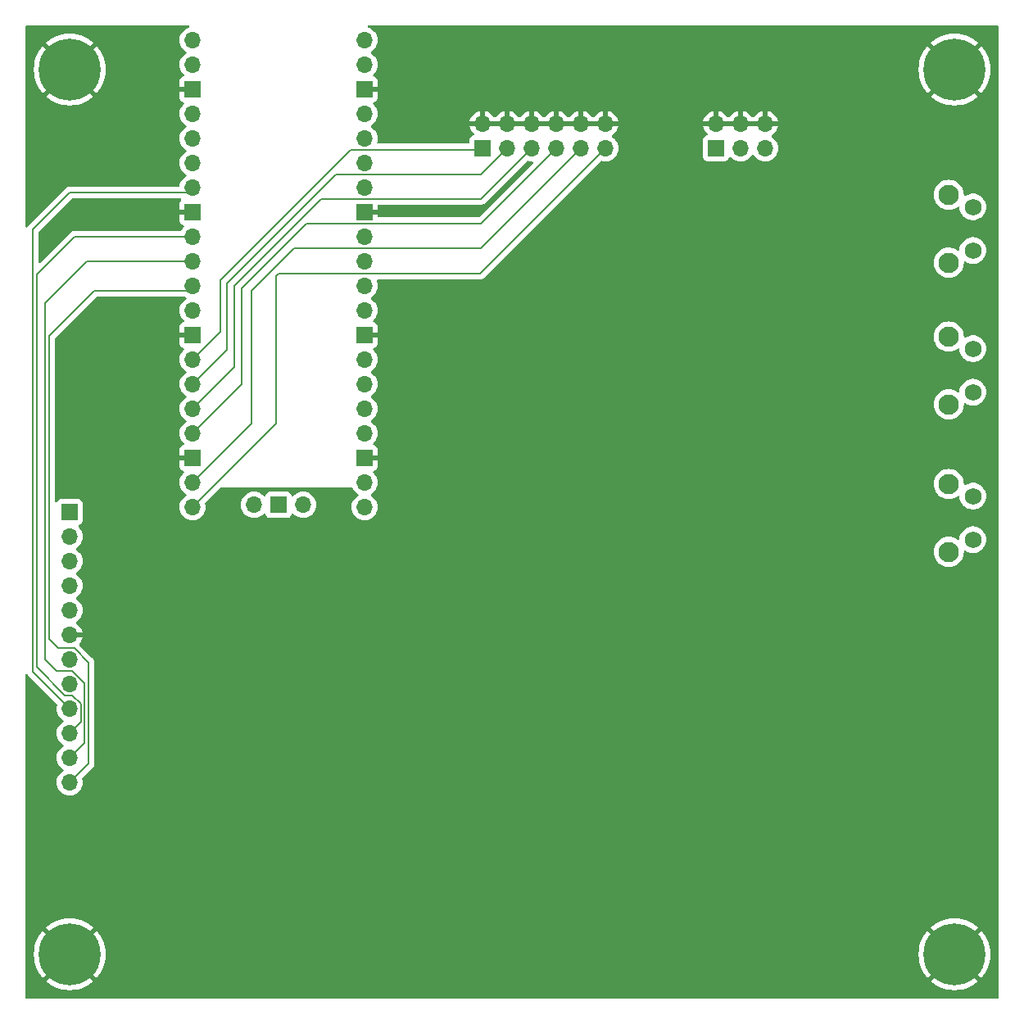
<source format=gbr>
%TF.GenerationSoftware,KiCad,Pcbnew,8.0.7-8.0.7-0~ubuntu22.04.1*%
%TF.CreationDate,2025-01-12T13:00:57-08:00*%
%TF.ProjectId,multichannelheaterdriver_mcu,6d756c74-6963-4686-916e-6e656c686561,rev?*%
%TF.SameCoordinates,Original*%
%TF.FileFunction,Copper,L2,Bot*%
%TF.FilePolarity,Positive*%
%FSLAX46Y46*%
G04 Gerber Fmt 4.6, Leading zero omitted, Abs format (unit mm)*
G04 Created by KiCad (PCBNEW 8.0.7-8.0.7-0~ubuntu22.04.1) date 2025-01-12 13:00:57*
%MOMM*%
%LPD*%
G01*
G04 APERTURE LIST*
%TA.AperFunction,ComponentPad*%
%ADD10C,2.100000*%
%TD*%
%TA.AperFunction,ComponentPad*%
%ADD11C,1.750000*%
%TD*%
%TA.AperFunction,ComponentPad*%
%ADD12R,1.700000X1.700000*%
%TD*%
%TA.AperFunction,ComponentPad*%
%ADD13O,1.700000X1.700000*%
%TD*%
%TA.AperFunction,ComponentPad*%
%ADD14C,6.400000*%
%TD*%
%TA.AperFunction,ViaPad*%
%ADD15C,0.600000*%
%TD*%
%TA.AperFunction,Conductor*%
%ADD16C,0.200000*%
%TD*%
G04 APERTURE END LIST*
D10*
%TO.P,SW2,*%
%TO.N,*%
X95937500Y-32670000D03*
X95937500Y-39680000D03*
D11*
%TO.P,SW2,1,A*%
%TO.N,/SW2*%
X98427500Y-33920000D03*
%TO.P,SW2,2,B*%
%TO.N,+3V3*%
X98427500Y-38420000D03*
%TD*%
D12*
%TO.P,J1,1,Pin_1*%
%TO.N,/~{RESET}*%
X5080000Y-50800000D03*
D13*
%TO.P,J1,2,Pin_2*%
%TO.N,/SDO*%
X5080000Y-53340000D03*
%TO.P,J1,3,Pin_3*%
%TO.N,/SDI*%
X5080000Y-55880000D03*
%TO.P,J1,4,Pin_4*%
%TO.N,/SCLK*%
X5080000Y-58420000D03*
%TO.P,J1,5,Pin_5*%
%TO.N,/~{CS}*%
X5080000Y-60960000D03*
%TO.P,J1,6,Pin_6*%
%TO.N,GND*%
X5080000Y-63500000D03*
%TO.P,J1,7,Pin_7*%
%TO.N,unconnected-(J1-Pin_7-Pad7)*%
X5080000Y-66040000D03*
%TO.P,J1,8,Pin_8*%
%TO.N,+5V*%
X5080000Y-68580000D03*
%TO.P,J1,9,Pin_9*%
%TO.N,/GPIO0{slash}~{ALARMIN}*%
X5080000Y-71120000D03*
%TO.P,J1,10,Pin_10*%
%TO.N,/GPIO1{slash}~{ALARMOUT}*%
X5080000Y-73660000D03*
%TO.P,J1,11,Pin_11*%
%TO.N,/GPIO2{slash}~{ADCTRIG}*%
X5080000Y-76200000D03*
%TO.P,J1,12,Pin_12*%
%TO.N,/GPIO3{slash}~{DAV}*%
X5080000Y-78740000D03*
%TD*%
D10*
%TO.P,SW3,*%
%TO.N,*%
X95937500Y-47910000D03*
X95937500Y-54920000D03*
D11*
%TO.P,SW3,1,A*%
%TO.N,/SW3*%
X98427500Y-49160000D03*
%TO.P,SW3,2,B*%
%TO.N,+3V3*%
X98427500Y-53660000D03*
%TD*%
D14*
%TO.P,H2,1,1*%
%TO.N,GND*%
X5080000Y-96520000D03*
%TD*%
D10*
%TO.P,SW1,*%
%TO.N,*%
X95937500Y-18020000D03*
X95937500Y-25030000D03*
D11*
%TO.P,SW1,1,A*%
%TO.N,/SW1*%
X98427500Y-19270000D03*
%TO.P,SW1,2,B*%
%TO.N,+3V3*%
X98427500Y-23770000D03*
%TD*%
D12*
%TO.P,J3,1,Pin_1*%
%TO.N,/ADC0*%
X71882000Y-13208000D03*
D13*
%TO.P,J3,2,Pin_2*%
%TO.N,GND*%
X71882000Y-10668000D03*
%TO.P,J3,3,Pin_3*%
%TO.N,/ADC1*%
X74422000Y-13208000D03*
%TO.P,J3,4,Pin_4*%
%TO.N,GND*%
X74422000Y-10668000D03*
%TO.P,J3,5,Pin_5*%
%TO.N,/ADC2*%
X76962000Y-13208000D03*
%TO.P,J3,6,Pin_6*%
%TO.N,GND*%
X76962000Y-10668000D03*
%TD*%
D12*
%TO.P,J2,1,Pin_1*%
%TO.N,/SPI1_SCK_I2C1_SDA_GP10*%
X47752000Y-13208000D03*
D13*
%TO.P,J2,2,Pin_2*%
%TO.N,GND*%
X47752000Y-10668000D03*
%TO.P,J2,3,Pin_3*%
%TO.N,/SPI1_TX_I2C1_SCL_GP11*%
X50292000Y-13208000D03*
%TO.P,J2,4,Pin_4*%
%TO.N,GND*%
X50292000Y-10668000D03*
%TO.P,J2,5,Pin_5*%
%TO.N,/UART0_TX_SPI1_RX_I2C0_SDA_GP12*%
X52832000Y-13208000D03*
%TO.P,J2,6,Pin_6*%
%TO.N,GND*%
X52832000Y-10668000D03*
%TO.P,J2,7,Pin_7*%
%TO.N,/UART0_RX_SPI1_CS_I2C0_SCL_GP13*%
X55372000Y-13208000D03*
%TO.P,J2,8,Pin_8*%
%TO.N,GND*%
X55372000Y-10668000D03*
%TO.P,J2,9,Pin_9*%
%TO.N,/SPI1_SCK_I2C1_SDA_GP14*%
X57912000Y-13208000D03*
%TO.P,J2,10,Pin_10*%
%TO.N,GND*%
X57912000Y-10668000D03*
%TO.P,J2,11,Pin_11*%
%TO.N,/SPI1_TX_I2C1_SCL_GP15*%
X60452000Y-13208000D03*
%TO.P,J2,12,Pin_12*%
%TO.N,GND*%
X60452000Y-10668000D03*
%TD*%
%TO.P,U1,1,GPIO0*%
%TO.N,/~{RESET}*%
X17780000Y-2032000D03*
%TO.P,U1,2,GPIO1*%
%TO.N,/~{CS}*%
X17780000Y-4572000D03*
D12*
%TO.P,U1,3,GND*%
%TO.N,GND*%
X17780000Y-7112000D03*
D13*
%TO.P,U1,4,GPIO2*%
%TO.N,/SCLK*%
X17780000Y-9652000D03*
%TO.P,U1,5,GPIO3*%
%TO.N,/SDI*%
X17780000Y-12192000D03*
%TO.P,U1,6,GPIO4*%
%TO.N,/SDO*%
X17780000Y-14732000D03*
%TO.P,U1,7,GPIO5*%
%TO.N,/GPIO0{slash}~{ALARMIN}*%
X17780000Y-17272000D03*
D12*
%TO.P,U1,8,GND*%
%TO.N,GND*%
X17780000Y-19812000D03*
D13*
%TO.P,U1,9,GPIO6*%
%TO.N,/GPIO1{slash}~{ALARMOUT}*%
X17780000Y-22352000D03*
%TO.P,U1,10,GPIO7*%
%TO.N,/GPIO2{slash}~{ADCTRIG}*%
X17780000Y-24892000D03*
%TO.P,U1,11,GPIO8*%
%TO.N,/GPIO3{slash}~{DAV}*%
X17780000Y-27432000D03*
%TO.P,U1,12,GPIO9*%
%TO.N,unconnected-(U1-GPIO9-Pad12)_1*%
X17780000Y-29972000D03*
D12*
%TO.P,U1,13,GND*%
%TO.N,GND*%
X17780000Y-32512000D03*
D13*
%TO.P,U1,14,GPIO10*%
%TO.N,/SPI1_SCK_I2C1_SDA_GP10*%
X17780000Y-35052000D03*
%TO.P,U1,15,GPIO11*%
%TO.N,/SPI1_TX_I2C1_SCL_GP11*%
X17780000Y-37592000D03*
%TO.P,U1,16,GPIO12*%
%TO.N,/UART0_TX_SPI1_RX_I2C0_SDA_GP12*%
X17780000Y-40132000D03*
%TO.P,U1,17,GPIO13*%
%TO.N,/UART0_RX_SPI1_CS_I2C0_SCL_GP13*%
X17780000Y-42672000D03*
D12*
%TO.P,U1,18,GND*%
%TO.N,GND*%
X17780000Y-45212000D03*
D13*
%TO.P,U1,19,GPIO14*%
%TO.N,/SPI1_SCK_I2C1_SDA_GP14*%
X17780000Y-47752000D03*
%TO.P,U1,20,GPIO15*%
%TO.N,/SPI1_TX_I2C1_SCL_GP15*%
X17780000Y-50292000D03*
%TO.P,U1,21,GPIO16*%
%TO.N,Net-(U1-GPIO16)*%
X35560000Y-50292000D03*
%TO.P,U1,22,GPIO17*%
%TO.N,Net-(U1-GPIO17)*%
X35560000Y-47752000D03*
D12*
%TO.P,U1,23,GND*%
%TO.N,GND*%
X35560000Y-45212000D03*
D13*
%TO.P,U1,24,GPIO18*%
%TO.N,Net-(U1-GPIO18)*%
X35560000Y-42672000D03*
%TO.P,U1,25,GPIO19*%
%TO.N,Net-(U1-GPIO19)*%
X35560000Y-40132000D03*
%TO.P,U1,26,GPIO20*%
%TO.N,/SW3*%
X35560000Y-37592000D03*
%TO.P,U1,27,GPIO21*%
%TO.N,/SW2*%
X35560000Y-35052000D03*
D12*
%TO.P,U1,28,GND*%
%TO.N,GND*%
X35560000Y-32512000D03*
D13*
%TO.P,U1,29,GPIO22*%
%TO.N,/SW1*%
X35560000Y-29972000D03*
%TO.P,U1,30,RUN*%
%TO.N,unconnected-(U1-RUN-Pad30)_1*%
X35560000Y-27432000D03*
%TO.P,U1,31,GPIO26_ADC0*%
%TO.N,/ADC0*%
X35560000Y-24892000D03*
%TO.P,U1,32,GPIO27_ADC1*%
%TO.N,/ADC1*%
X35560000Y-22352000D03*
D12*
%TO.P,U1,33,AGND*%
%TO.N,GND*%
X35560000Y-19812000D03*
D13*
%TO.P,U1,34,GPIO28_ADC2*%
%TO.N,/ADC2*%
X35560000Y-17272000D03*
%TO.P,U1,35,ADC_VREF*%
%TO.N,unconnected-(U1-ADC_VREF-Pad35)_1*%
X35560000Y-14732000D03*
%TO.P,U1,36,3V3*%
%TO.N,+3V3*%
X35560000Y-12192000D03*
%TO.P,U1,37,3V3_EN*%
%TO.N,unconnected-(U1-3V3_EN-Pad37)_1*%
X35560000Y-9652000D03*
D12*
%TO.P,U1,38,GND*%
%TO.N,GND*%
X35560000Y-7112000D03*
D13*
%TO.P,U1,39,VSYS*%
%TO.N,Net-(D1-K)*%
X35560000Y-4572000D03*
%TO.P,U1,40,VBUS*%
%TO.N,unconnected-(U1-VBUS-Pad40)_1*%
X35560000Y-2032000D03*
%TO.P,U1,41,SWCLK*%
%TO.N,unconnected-(U1-SWCLK-Pad41)*%
X24130000Y-50062000D03*
D12*
%TO.P,U1,42,GND*%
%TO.N,unconnected-(U1-GND-Pad42)_1*%
X26670000Y-50062000D03*
D13*
%TO.P,U1,43,SWDIO*%
%TO.N,unconnected-(U1-SWDIO-Pad43)_1*%
X29210000Y-50062000D03*
%TD*%
D14*
%TO.P,H3,1,1*%
%TO.N,GND*%
X96520000Y-5080000D03*
%TD*%
%TO.P,H1,1,1*%
%TO.N,GND*%
X5080000Y-5080000D03*
%TD*%
%TO.P,H4,1,1*%
%TO.N,GND*%
X96520000Y-96520000D03*
%TD*%
D15*
%TO.N,GND*%
X2540000Y-22860000D03*
X99568000Y-71374000D03*
X99314000Y-78486000D03*
X4318000Y-33528000D03*
X91440000Y-23876000D03*
X99568000Y-64262000D03*
X2540000Y-17780000D03*
X91694000Y-53594000D03*
X91440000Y-38862000D03*
X99568000Y-85090000D03*
%TD*%
D16*
%TO.N,/GPIO0{slash}~{ALARMIN}*%
X1270000Y-67310000D02*
X1270000Y-21590000D01*
X5080000Y-17780000D02*
X17272000Y-17780000D01*
X17272000Y-17780000D02*
X17780000Y-17272000D01*
X5080000Y-71120000D02*
X1270000Y-67310000D01*
X1270000Y-21590000D02*
X5080000Y-17780000D01*
%TO.N,/GPIO3{slash}~{DAV}*%
X3924314Y-64890000D02*
X2940000Y-63905686D01*
X5080000Y-78740000D02*
X7030000Y-76790000D01*
X2940000Y-32620000D02*
X7620000Y-27940000D01*
X5556346Y-64890000D02*
X3924314Y-64890000D01*
X7030000Y-76790000D02*
X7030000Y-66363654D01*
X17272000Y-27940000D02*
X17780000Y-27432000D01*
X2940000Y-63905686D02*
X2940000Y-32620000D01*
X7620000Y-27940000D02*
X17272000Y-27940000D01*
X7030000Y-66363654D02*
X5556346Y-64890000D01*
%TO.N,/GPIO1{slash}~{ALARMOUT}*%
X1670000Y-26270000D02*
X5588000Y-22352000D01*
X1670000Y-66796346D02*
X1670000Y-26270000D01*
X6230000Y-72510000D02*
X6230000Y-70643654D01*
X5588000Y-22352000D02*
X17780000Y-22352000D01*
X5316346Y-69730000D02*
X4603654Y-69730000D01*
X6230000Y-70643654D02*
X5316346Y-69730000D01*
X5080000Y-73660000D02*
X6230000Y-72510000D01*
X4603654Y-69730000D02*
X1670000Y-66796346D01*
%TO.N,/GPIO2{slash}~{ADCTRIG}*%
X5080000Y-76200000D02*
X6630000Y-74650000D01*
X2540000Y-29210000D02*
X6858000Y-24892000D01*
X6858000Y-24892000D02*
X17780000Y-24892000D01*
X6630000Y-68503654D02*
X5316346Y-67190000D01*
X3690000Y-67190000D02*
X2540000Y-66040000D01*
X5316346Y-67190000D02*
X3690000Y-67190000D01*
X6630000Y-74650000D02*
X6630000Y-68503654D01*
X2540000Y-66040000D02*
X2540000Y-29210000D01*
%TO.N,/SPI1_SCK_I2C1_SDA_GP14*%
X17780000Y-47752000D02*
X23876000Y-41656000D01*
X28314000Y-23502000D02*
X47618000Y-23502000D01*
X47618000Y-23502000D02*
X57912000Y-13208000D01*
X23876000Y-41656000D02*
X23876000Y-27940000D01*
X23876000Y-27940000D02*
X28314000Y-23502000D01*
%TO.N,/SPI1_SCK_I2C1_SDA_GP10*%
X17780000Y-35052000D02*
X20656827Y-32175173D01*
X20656827Y-32175173D02*
X20656827Y-26841173D01*
X47618000Y-13342000D02*
X47752000Y-13208000D01*
X20656827Y-26841173D02*
X34156000Y-13342000D01*
X34156000Y-13342000D02*
X47618000Y-13342000D01*
%TO.N,/SPI1_TX_I2C1_SCL_GP15*%
X26670000Y-26162000D02*
X47498000Y-26162000D01*
X17780000Y-50292000D02*
X26416000Y-41656000D01*
X47498000Y-26162000D02*
X60452000Y-13208000D01*
X26416000Y-41656000D02*
X26416000Y-26416000D01*
X26416000Y-26416000D02*
X26670000Y-26162000D01*
%TO.N,/UART0_TX_SPI1_RX_I2C0_SDA_GP12*%
X22098000Y-35814000D02*
X22098000Y-27432000D01*
X31108000Y-18422000D02*
X47618000Y-18422000D01*
X47618000Y-18422000D02*
X52832000Y-13208000D01*
X17780000Y-40132000D02*
X22098000Y-35814000D01*
X22098000Y-27432000D02*
X31108000Y-18422000D01*
%TO.N,/SPI1_TX_I2C1_SCL_GP11*%
X47618000Y-15882000D02*
X50292000Y-13208000D01*
X21336000Y-34036000D02*
X21336000Y-27178000D01*
X32632000Y-15882000D02*
X47618000Y-15882000D01*
X21336000Y-27178000D02*
X32632000Y-15882000D01*
X17780000Y-37592000D02*
X21336000Y-34036000D01*
%TO.N,/UART0_RX_SPI1_CS_I2C0_SCL_GP13*%
X47618000Y-20962000D02*
X55372000Y-13208000D01*
X22860000Y-27686000D02*
X29584000Y-20962000D01*
X22860000Y-37592000D02*
X22860000Y-27686000D01*
X17780000Y-42672000D02*
X22860000Y-37592000D01*
X29584000Y-20962000D02*
X47618000Y-20962000D01*
%TD*%
%TA.AperFunction,Conductor*%
%TO.N,GND*%
G36*
X73956075Y-10475007D02*
G01*
X73922000Y-10602174D01*
X73922000Y-10733826D01*
X73956075Y-10860993D01*
X73988988Y-10918000D01*
X72315012Y-10918000D01*
X72347925Y-10860993D01*
X72382000Y-10733826D01*
X72382000Y-10602174D01*
X72347925Y-10475007D01*
X72315012Y-10418000D01*
X73988988Y-10418000D01*
X73956075Y-10475007D01*
G37*
%TD.AperFunction*%
%TA.AperFunction,Conductor*%
G36*
X76496075Y-10475007D02*
G01*
X76462000Y-10602174D01*
X76462000Y-10733826D01*
X76496075Y-10860993D01*
X76528988Y-10918000D01*
X74855012Y-10918000D01*
X74887925Y-10860993D01*
X74922000Y-10733826D01*
X74922000Y-10602174D01*
X74887925Y-10475007D01*
X74855012Y-10418000D01*
X76528988Y-10418000D01*
X76496075Y-10475007D01*
G37*
%TD.AperFunction*%
%TA.AperFunction,Conductor*%
G36*
X101042539Y-520185D02*
G01*
X101088294Y-572989D01*
X101099500Y-624500D01*
X101099500Y-100975500D01*
X101079815Y-101042539D01*
X101027011Y-101088294D01*
X100975500Y-101099500D01*
X624500Y-101099500D01*
X557461Y-101079815D01*
X511706Y-101027011D01*
X500500Y-100975500D01*
X500500Y-96519999D01*
X1374922Y-96519999D01*
X1374922Y-96520000D01*
X1395219Y-96907287D01*
X1455886Y-97290323D01*
X1455887Y-97290330D01*
X1556262Y-97664936D01*
X1695244Y-98026994D01*
X1871310Y-98372543D01*
X2082523Y-98697783D01*
X2082525Y-98697785D01*
X2291096Y-98955348D01*
X3785747Y-97460697D01*
X3859588Y-97562330D01*
X4037670Y-97740412D01*
X4139301Y-97814251D01*
X2644650Y-99308902D01*
X2902214Y-99517475D01*
X2902216Y-99517476D01*
X3227456Y-99728689D01*
X3573005Y-99904755D01*
X3935063Y-100043737D01*
X4309669Y-100144112D01*
X4309676Y-100144113D01*
X4692712Y-100204780D01*
X5079999Y-100225078D01*
X5080001Y-100225078D01*
X5467287Y-100204780D01*
X5850323Y-100144113D01*
X5850330Y-100144112D01*
X6224936Y-100043737D01*
X6586994Y-99904755D01*
X6932543Y-99728689D01*
X7257771Y-99517484D01*
X7257784Y-99517474D01*
X7515348Y-99308902D01*
X6020698Y-97814252D01*
X6122330Y-97740412D01*
X6300412Y-97562330D01*
X6374252Y-97460698D01*
X7868902Y-98955348D01*
X8077474Y-98697784D01*
X8077484Y-98697771D01*
X8288689Y-98372543D01*
X8464755Y-98026994D01*
X8603737Y-97664936D01*
X8704112Y-97290330D01*
X8704113Y-97290323D01*
X8764780Y-96907287D01*
X8785078Y-96520000D01*
X8785078Y-96519999D01*
X92814922Y-96519999D01*
X92814922Y-96520000D01*
X92835219Y-96907287D01*
X92895886Y-97290323D01*
X92895887Y-97290330D01*
X92996262Y-97664936D01*
X93135244Y-98026994D01*
X93311310Y-98372543D01*
X93522523Y-98697783D01*
X93522525Y-98697785D01*
X93731096Y-98955348D01*
X95225747Y-97460697D01*
X95299588Y-97562330D01*
X95477670Y-97740412D01*
X95579301Y-97814251D01*
X94084650Y-99308902D01*
X94342214Y-99517475D01*
X94342216Y-99517476D01*
X94667456Y-99728689D01*
X95013005Y-99904755D01*
X95375063Y-100043737D01*
X95749669Y-100144112D01*
X95749676Y-100144113D01*
X96132712Y-100204780D01*
X96519999Y-100225078D01*
X96520001Y-100225078D01*
X96907287Y-100204780D01*
X97290323Y-100144113D01*
X97290330Y-100144112D01*
X97664936Y-100043737D01*
X98026994Y-99904755D01*
X98372543Y-99728689D01*
X98697771Y-99517484D01*
X98697784Y-99517474D01*
X98955348Y-99308902D01*
X97460698Y-97814252D01*
X97562330Y-97740412D01*
X97740412Y-97562330D01*
X97814252Y-97460698D01*
X99308902Y-98955348D01*
X99517474Y-98697784D01*
X99517484Y-98697771D01*
X99728689Y-98372543D01*
X99904755Y-98026994D01*
X100043737Y-97664936D01*
X100144112Y-97290330D01*
X100144113Y-97290323D01*
X100204780Y-96907287D01*
X100225078Y-96520000D01*
X100225078Y-96519999D01*
X100204780Y-96132712D01*
X100144113Y-95749676D01*
X100144112Y-95749669D01*
X100043737Y-95375063D01*
X99904755Y-95013005D01*
X99728689Y-94667456D01*
X99517476Y-94342216D01*
X99517475Y-94342214D01*
X99308902Y-94084650D01*
X97814251Y-95579301D01*
X97740412Y-95477670D01*
X97562330Y-95299588D01*
X97460698Y-95225748D01*
X98955349Y-93731096D01*
X98697785Y-93522525D01*
X98697783Y-93522523D01*
X98372543Y-93311310D01*
X98026994Y-93135244D01*
X97664936Y-92996262D01*
X97290330Y-92895887D01*
X97290323Y-92895886D01*
X96907287Y-92835219D01*
X96520001Y-92814922D01*
X96519999Y-92814922D01*
X96132712Y-92835219D01*
X95749676Y-92895886D01*
X95749669Y-92895887D01*
X95375063Y-92996262D01*
X95013005Y-93135244D01*
X94667456Y-93311310D01*
X94342206Y-93522531D01*
X94084649Y-93731095D01*
X94084649Y-93731096D01*
X95579301Y-95225748D01*
X95477670Y-95299588D01*
X95299588Y-95477670D01*
X95225748Y-95579301D01*
X93731096Y-94084649D01*
X93731095Y-94084649D01*
X93522531Y-94342206D01*
X93311310Y-94667456D01*
X93135244Y-95013005D01*
X92996262Y-95375063D01*
X92895887Y-95749669D01*
X92895886Y-95749676D01*
X92835219Y-96132712D01*
X92814922Y-96519999D01*
X8785078Y-96519999D01*
X8764780Y-96132712D01*
X8704113Y-95749676D01*
X8704112Y-95749669D01*
X8603737Y-95375063D01*
X8464755Y-95013005D01*
X8288689Y-94667456D01*
X8077476Y-94342216D01*
X8077475Y-94342214D01*
X7868902Y-94084650D01*
X6374251Y-95579301D01*
X6300412Y-95477670D01*
X6122330Y-95299588D01*
X6020698Y-95225748D01*
X7515349Y-93731096D01*
X7257785Y-93522525D01*
X7257783Y-93522523D01*
X6932543Y-93311310D01*
X6586994Y-93135244D01*
X6224936Y-92996262D01*
X5850330Y-92895887D01*
X5850323Y-92895886D01*
X5467287Y-92835219D01*
X5080001Y-92814922D01*
X5079999Y-92814922D01*
X4692712Y-92835219D01*
X4309676Y-92895886D01*
X4309669Y-92895887D01*
X3935063Y-92996262D01*
X3573005Y-93135244D01*
X3227456Y-93311310D01*
X2902206Y-93522531D01*
X2644649Y-93731095D01*
X2644649Y-93731096D01*
X4139301Y-95225748D01*
X4037670Y-95299588D01*
X3859588Y-95477670D01*
X3785748Y-95579301D01*
X2291096Y-94084649D01*
X2291095Y-94084649D01*
X2082531Y-94342206D01*
X1871310Y-94667456D01*
X1695244Y-95013005D01*
X1556262Y-95375063D01*
X1455887Y-95749669D01*
X1455886Y-95749676D01*
X1395219Y-96132712D01*
X1374922Y-96519999D01*
X500500Y-96519999D01*
X500500Y-67640962D01*
X520185Y-67573923D01*
X572989Y-67528168D01*
X642147Y-67518224D01*
X705703Y-67547249D01*
X731904Y-67578991D01*
X732198Y-67579501D01*
X789475Y-67678709D01*
X789481Y-67678717D01*
X908349Y-67797585D01*
X908355Y-67797590D01*
X3747233Y-70636469D01*
X3780718Y-70697792D01*
X3779327Y-70756243D01*
X3744938Y-70884586D01*
X3744936Y-70884596D01*
X3724341Y-71119999D01*
X3724341Y-71120000D01*
X3744936Y-71355403D01*
X3744938Y-71355413D01*
X3806094Y-71583655D01*
X3806096Y-71583659D01*
X3806097Y-71583663D01*
X3905965Y-71797830D01*
X3905967Y-71797834D01*
X4041501Y-71991395D01*
X4041506Y-71991402D01*
X4208597Y-72158493D01*
X4208603Y-72158498D01*
X4394158Y-72288425D01*
X4437783Y-72343002D01*
X4444977Y-72412500D01*
X4413454Y-72474855D01*
X4394158Y-72491575D01*
X4208597Y-72621505D01*
X4041505Y-72788597D01*
X3905965Y-72982169D01*
X3905964Y-72982171D01*
X3806098Y-73196335D01*
X3806094Y-73196344D01*
X3744938Y-73424586D01*
X3744936Y-73424596D01*
X3724341Y-73659999D01*
X3724341Y-73660000D01*
X3744936Y-73895403D01*
X3744938Y-73895413D01*
X3806094Y-74123655D01*
X3806096Y-74123659D01*
X3806097Y-74123663D01*
X3905965Y-74337830D01*
X3905967Y-74337834D01*
X4041501Y-74531395D01*
X4041506Y-74531402D01*
X4208597Y-74698493D01*
X4208603Y-74698498D01*
X4394158Y-74828425D01*
X4437783Y-74883002D01*
X4444977Y-74952500D01*
X4413454Y-75014855D01*
X4394158Y-75031575D01*
X4208597Y-75161505D01*
X4041505Y-75328597D01*
X3905965Y-75522169D01*
X3905964Y-75522171D01*
X3806098Y-75736335D01*
X3806094Y-75736344D01*
X3744938Y-75964586D01*
X3744936Y-75964596D01*
X3724341Y-76199999D01*
X3724341Y-76200000D01*
X3744936Y-76435403D01*
X3744938Y-76435413D01*
X3806094Y-76663655D01*
X3806096Y-76663659D01*
X3806097Y-76663663D01*
X3901873Y-76869055D01*
X3905965Y-76877830D01*
X3905967Y-76877834D01*
X4041501Y-77071395D01*
X4041506Y-77071402D01*
X4208597Y-77238493D01*
X4208603Y-77238498D01*
X4394158Y-77368425D01*
X4437783Y-77423002D01*
X4444977Y-77492500D01*
X4413454Y-77554855D01*
X4394158Y-77571575D01*
X4208597Y-77701505D01*
X4041505Y-77868597D01*
X3905965Y-78062169D01*
X3905964Y-78062171D01*
X3806098Y-78276335D01*
X3806094Y-78276344D01*
X3744938Y-78504586D01*
X3744936Y-78504596D01*
X3724341Y-78739999D01*
X3724341Y-78740000D01*
X3744936Y-78975403D01*
X3744938Y-78975413D01*
X3806094Y-79203655D01*
X3806096Y-79203659D01*
X3806097Y-79203663D01*
X3905965Y-79417830D01*
X3905967Y-79417834D01*
X4014281Y-79572521D01*
X4041505Y-79611401D01*
X4208599Y-79778495D01*
X4305384Y-79846265D01*
X4402165Y-79914032D01*
X4402167Y-79914033D01*
X4402170Y-79914035D01*
X4616337Y-80013903D01*
X4844592Y-80075063D01*
X5032918Y-80091539D01*
X5079999Y-80095659D01*
X5080000Y-80095659D01*
X5080001Y-80095659D01*
X5119234Y-80092226D01*
X5315408Y-80075063D01*
X5543663Y-80013903D01*
X5757830Y-79914035D01*
X5951401Y-79778495D01*
X6118495Y-79611401D01*
X6254035Y-79417830D01*
X6353903Y-79203663D01*
X6415063Y-78975408D01*
X6435659Y-78740000D01*
X6415063Y-78504592D01*
X6380671Y-78376239D01*
X6382334Y-78306393D01*
X6412763Y-78256470D01*
X7388506Y-77280728D01*
X7388511Y-77280724D01*
X7398714Y-77270520D01*
X7398716Y-77270520D01*
X7510520Y-77158716D01*
X7589577Y-77021784D01*
X7630500Y-76869057D01*
X7630500Y-66284597D01*
X7589577Y-66131870D01*
X7536540Y-66040006D01*
X7510524Y-65994944D01*
X7510521Y-65994940D01*
X7510520Y-65994938D01*
X7398716Y-65883134D01*
X7398715Y-65883133D01*
X7394385Y-65878803D01*
X7394374Y-65878793D01*
X6090065Y-64574484D01*
X6056580Y-64513161D01*
X6061564Y-64443469D01*
X6090066Y-64399120D01*
X6118108Y-64371078D01*
X6253600Y-64177578D01*
X6353429Y-63963492D01*
X6353432Y-63963486D01*
X6410636Y-63750000D01*
X5513012Y-63750000D01*
X5545925Y-63692993D01*
X5580000Y-63565826D01*
X5580000Y-63434174D01*
X5545925Y-63307007D01*
X5513012Y-63250000D01*
X6410636Y-63250000D01*
X6410635Y-63249999D01*
X6353432Y-63036513D01*
X6353429Y-63036507D01*
X6253600Y-62822422D01*
X6253599Y-62822420D01*
X6118113Y-62628926D01*
X6118108Y-62628920D01*
X5951078Y-62461890D01*
X5765405Y-62331879D01*
X5721780Y-62277302D01*
X5714588Y-62207804D01*
X5746110Y-62145449D01*
X5765406Y-62128730D01*
X5951401Y-61998495D01*
X6118495Y-61831401D01*
X6254035Y-61637830D01*
X6353903Y-61423663D01*
X6415063Y-61195408D01*
X6435659Y-60960000D01*
X6415063Y-60724592D01*
X6353903Y-60496337D01*
X6254035Y-60282171D01*
X6118495Y-60088599D01*
X6118494Y-60088597D01*
X5951402Y-59921506D01*
X5951396Y-59921501D01*
X5765842Y-59791575D01*
X5722217Y-59736998D01*
X5715023Y-59667500D01*
X5746546Y-59605145D01*
X5765842Y-59588425D01*
X5788026Y-59572891D01*
X5951401Y-59458495D01*
X6118495Y-59291401D01*
X6254035Y-59097830D01*
X6353903Y-58883663D01*
X6415063Y-58655408D01*
X6435659Y-58420000D01*
X6415063Y-58184592D01*
X6353903Y-57956337D01*
X6254035Y-57742171D01*
X6118495Y-57548599D01*
X6118494Y-57548597D01*
X5951402Y-57381506D01*
X5951396Y-57381501D01*
X5765842Y-57251575D01*
X5722217Y-57196998D01*
X5715023Y-57127500D01*
X5746546Y-57065145D01*
X5765842Y-57048425D01*
X5788026Y-57032891D01*
X5951401Y-56918495D01*
X6118495Y-56751401D01*
X6254035Y-56557830D01*
X6353903Y-56343663D01*
X6415063Y-56115408D01*
X6435659Y-55880000D01*
X6415063Y-55644592D01*
X6353903Y-55416337D01*
X6254035Y-55202171D01*
X6226816Y-55163297D01*
X6118494Y-55008597D01*
X6029896Y-54920000D01*
X94382206Y-54920000D01*
X94401353Y-55163297D01*
X94401353Y-55163300D01*
X94401354Y-55163302D01*
X94410685Y-55202169D01*
X94458330Y-55400619D01*
X94551722Y-55626089D01*
X94679237Y-55834173D01*
X94679238Y-55834176D01*
X94679241Y-55834179D01*
X94837741Y-56019759D01*
X94949726Y-56115403D01*
X95023323Y-56178261D01*
X95023325Y-56178261D01*
X95043005Y-56190321D01*
X95231410Y-56305777D01*
X95456881Y-56399169D01*
X95456878Y-56399169D01*
X95456884Y-56399170D01*
X95456888Y-56399172D01*
X95694198Y-56456146D01*
X95937500Y-56475294D01*
X96180802Y-56456146D01*
X96418112Y-56399172D01*
X96643589Y-56305777D01*
X96851679Y-56178259D01*
X97037259Y-56019759D01*
X97195759Y-55834179D01*
X97323277Y-55626089D01*
X97416672Y-55400612D01*
X97473646Y-55163302D01*
X97492794Y-54920000D01*
X97492793Y-54919993D01*
X97493070Y-54916480D01*
X97517953Y-54851191D01*
X97574184Y-54809720D01*
X97643910Y-54805233D01*
X97675705Y-54817153D01*
X97806528Y-54887950D01*
X97873074Y-54923963D01*
X97985029Y-54962397D01*
X98088673Y-54997979D01*
X98088675Y-54997979D01*
X98088677Y-54997980D01*
X98313523Y-55035500D01*
X98313524Y-55035500D01*
X98541476Y-55035500D01*
X98541477Y-55035500D01*
X98766323Y-54997980D01*
X98981926Y-54923963D01*
X99182406Y-54815469D01*
X99362294Y-54675456D01*
X99516683Y-54507745D01*
X99641362Y-54316909D01*
X99732930Y-54108155D01*
X99788890Y-53887176D01*
X99788891Y-53887168D01*
X99807714Y-53660006D01*
X99807714Y-53659993D01*
X99788891Y-53432831D01*
X99788889Y-53432820D01*
X99732930Y-53211844D01*
X99641362Y-53003091D01*
X99516685Y-52812257D01*
X99362291Y-52644541D01*
X99362287Y-52644538D01*
X99182409Y-52504533D01*
X99182400Y-52504527D01*
X98981932Y-52396040D01*
X98981929Y-52396039D01*
X98981926Y-52396037D01*
X98981920Y-52396035D01*
X98981918Y-52396034D01*
X98766326Y-52322020D01*
X98597688Y-52293880D01*
X98541477Y-52284500D01*
X98313523Y-52284500D01*
X98268553Y-52292004D01*
X98088673Y-52322020D01*
X97873081Y-52396034D01*
X97873067Y-52396040D01*
X97672599Y-52504527D01*
X97672590Y-52504533D01*
X97492712Y-52644538D01*
X97492708Y-52644541D01*
X97338314Y-52812257D01*
X97213637Y-53003091D01*
X97122069Y-53211844D01*
X97066110Y-53432820D01*
X97066108Y-53432832D01*
X97054216Y-53576350D01*
X97029063Y-53641535D01*
X96972661Y-53682773D01*
X96902917Y-53686971D01*
X96856377Y-53663551D01*
X96855615Y-53664601D01*
X96851673Y-53661737D01*
X96643589Y-53534222D01*
X96418118Y-53440830D01*
X96418121Y-53440830D01*
X96312492Y-53415470D01*
X96180802Y-53383854D01*
X96180800Y-53383853D01*
X96180797Y-53383853D01*
X95937500Y-53364706D01*
X95694202Y-53383853D01*
X95694198Y-53383854D01*
X95490198Y-53432831D01*
X95456880Y-53440830D01*
X95231410Y-53534222D01*
X95023326Y-53661737D01*
X95023323Y-53661738D01*
X94837741Y-53820241D01*
X94679238Y-54005823D01*
X94679237Y-54005826D01*
X94551722Y-54213910D01*
X94458330Y-54439380D01*
X94401353Y-54676702D01*
X94382206Y-54920000D01*
X6029896Y-54920000D01*
X5951402Y-54841506D01*
X5951396Y-54841501D01*
X5765842Y-54711575D01*
X5722217Y-54656998D01*
X5715023Y-54587500D01*
X5746546Y-54525145D01*
X5765842Y-54508425D01*
X5864448Y-54439380D01*
X5951401Y-54378495D01*
X6118495Y-54211401D01*
X6254035Y-54017830D01*
X6353903Y-53803663D01*
X6415063Y-53575408D01*
X6435659Y-53340000D01*
X6415063Y-53104592D01*
X6353903Y-52876337D01*
X6254035Y-52662171D01*
X6241692Y-52644544D01*
X6118496Y-52468600D01*
X6118495Y-52468599D01*
X5996567Y-52346671D01*
X5963084Y-52285351D01*
X5968068Y-52215659D01*
X6009939Y-52159725D01*
X6040915Y-52142810D01*
X6172331Y-52093796D01*
X6287546Y-52007546D01*
X6373796Y-51892331D01*
X6424091Y-51757483D01*
X6430500Y-51697873D01*
X6430499Y-49902128D01*
X6424091Y-49842517D01*
X6418802Y-49828337D01*
X6373797Y-49707671D01*
X6373793Y-49707664D01*
X6287547Y-49592455D01*
X6287544Y-49592452D01*
X6172335Y-49506206D01*
X6172328Y-49506202D01*
X6037482Y-49455908D01*
X6037483Y-49455908D01*
X5977883Y-49449501D01*
X5977881Y-49449500D01*
X5977873Y-49449500D01*
X5977864Y-49449500D01*
X4182129Y-49449500D01*
X4182123Y-49449501D01*
X4122516Y-49455908D01*
X3987671Y-49506202D01*
X3987664Y-49506206D01*
X3872455Y-49592452D01*
X3872452Y-49592455D01*
X3786206Y-49707664D01*
X3786202Y-49707671D01*
X3780682Y-49722473D01*
X3738811Y-49778407D01*
X3673346Y-49802824D01*
X3605073Y-49787972D01*
X3555668Y-49738567D01*
X3540500Y-49679140D01*
X3540500Y-32920097D01*
X3560185Y-32853058D01*
X3576819Y-32832416D01*
X7832416Y-28576819D01*
X7893739Y-28543334D01*
X7920097Y-28540500D01*
X16969479Y-28540500D01*
X17036518Y-28560185D01*
X17040602Y-28562925D01*
X17094158Y-28600425D01*
X17137783Y-28655002D01*
X17144977Y-28724500D01*
X17113454Y-28786855D01*
X17094158Y-28803575D01*
X16908597Y-28933505D01*
X16741505Y-29100597D01*
X16605965Y-29294169D01*
X16605964Y-29294171D01*
X16506098Y-29508335D01*
X16506094Y-29508344D01*
X16444938Y-29736586D01*
X16444936Y-29736596D01*
X16424341Y-29971999D01*
X16424341Y-29972000D01*
X16444936Y-30207403D01*
X16444938Y-30207413D01*
X16506094Y-30435655D01*
X16506096Y-30435659D01*
X16506097Y-30435663D01*
X16510000Y-30444032D01*
X16605965Y-30649830D01*
X16605967Y-30649834D01*
X16714281Y-30804521D01*
X16741501Y-30843396D01*
X16741506Y-30843402D01*
X16863818Y-30965714D01*
X16897303Y-31027037D01*
X16892319Y-31096729D01*
X16850447Y-31152662D01*
X16819471Y-31169577D01*
X16687912Y-31218646D01*
X16687906Y-31218649D01*
X16572812Y-31304809D01*
X16572809Y-31304812D01*
X16486649Y-31419906D01*
X16486645Y-31419913D01*
X16436403Y-31554620D01*
X16436401Y-31554627D01*
X16430000Y-31614155D01*
X16430000Y-32262000D01*
X17335440Y-32262000D01*
X17304755Y-32315147D01*
X17270000Y-32444857D01*
X17270000Y-32579143D01*
X17304755Y-32708853D01*
X17335440Y-32762000D01*
X16430000Y-32762000D01*
X16430000Y-33409844D01*
X16436401Y-33469372D01*
X16436403Y-33469379D01*
X16486645Y-33604086D01*
X16486649Y-33604093D01*
X16572809Y-33719187D01*
X16572812Y-33719190D01*
X16687906Y-33805350D01*
X16687913Y-33805354D01*
X16819470Y-33854421D01*
X16875403Y-33896292D01*
X16899821Y-33961756D01*
X16884970Y-34030029D01*
X16863819Y-34058284D01*
X16741503Y-34180600D01*
X16605965Y-34374169D01*
X16605964Y-34374171D01*
X16506098Y-34588335D01*
X16506094Y-34588344D01*
X16444938Y-34816586D01*
X16444936Y-34816596D01*
X16424341Y-35051999D01*
X16424341Y-35052000D01*
X16444936Y-35287403D01*
X16444938Y-35287413D01*
X16506094Y-35515655D01*
X16506096Y-35515659D01*
X16506097Y-35515663D01*
X16510000Y-35524032D01*
X16605965Y-35729830D01*
X16605967Y-35729834D01*
X16741501Y-35923395D01*
X16741506Y-35923402D01*
X16908597Y-36090493D01*
X16908603Y-36090498D01*
X17094158Y-36220425D01*
X17137783Y-36275002D01*
X17144977Y-36344500D01*
X17113454Y-36406855D01*
X17094158Y-36423575D01*
X16908597Y-36553505D01*
X16741505Y-36720597D01*
X16605965Y-36914169D01*
X16605964Y-36914171D01*
X16506098Y-37128335D01*
X16506094Y-37128344D01*
X16444938Y-37356586D01*
X16444936Y-37356596D01*
X16424341Y-37591999D01*
X16424341Y-37592000D01*
X16444936Y-37827403D01*
X16444938Y-37827413D01*
X16506094Y-38055655D01*
X16506096Y-38055659D01*
X16506097Y-38055663D01*
X16570060Y-38192831D01*
X16605965Y-38269830D01*
X16605967Y-38269834D01*
X16741501Y-38463395D01*
X16741506Y-38463402D01*
X16908597Y-38630493D01*
X16908603Y-38630498D01*
X17094158Y-38760425D01*
X17137783Y-38815002D01*
X17144977Y-38884500D01*
X17113454Y-38946855D01*
X17094158Y-38963575D01*
X16908597Y-39093505D01*
X16741505Y-39260597D01*
X16605965Y-39454169D01*
X16605964Y-39454171D01*
X16506098Y-39668335D01*
X16506094Y-39668344D01*
X16444938Y-39896586D01*
X16444936Y-39896596D01*
X16424341Y-40131999D01*
X16424341Y-40132000D01*
X16444936Y-40367403D01*
X16444938Y-40367413D01*
X16506094Y-40595655D01*
X16506096Y-40595659D01*
X16506097Y-40595663D01*
X16510000Y-40604032D01*
X16605965Y-40809830D01*
X16605967Y-40809834D01*
X16741501Y-41003395D01*
X16741506Y-41003402D01*
X16908597Y-41170493D01*
X16908603Y-41170498D01*
X17094158Y-41300425D01*
X17137783Y-41355002D01*
X17144977Y-41424500D01*
X17113454Y-41486855D01*
X17094158Y-41503575D01*
X16908597Y-41633505D01*
X16741505Y-41800597D01*
X16605965Y-41994169D01*
X16605964Y-41994171D01*
X16506098Y-42208335D01*
X16506094Y-42208344D01*
X16444938Y-42436586D01*
X16444936Y-42436596D01*
X16424341Y-42671999D01*
X16424341Y-42672000D01*
X16444936Y-42907403D01*
X16444938Y-42907413D01*
X16506094Y-43135655D01*
X16506096Y-43135659D01*
X16506097Y-43135663D01*
X16510000Y-43144032D01*
X16605965Y-43349830D01*
X16605967Y-43349834D01*
X16714281Y-43504521D01*
X16741501Y-43543396D01*
X16741506Y-43543402D01*
X16863818Y-43665714D01*
X16897303Y-43727037D01*
X16892319Y-43796729D01*
X16850447Y-43852662D01*
X16819471Y-43869577D01*
X16687912Y-43918646D01*
X16687906Y-43918649D01*
X16572812Y-44004809D01*
X16572809Y-44004812D01*
X16486649Y-44119906D01*
X16486645Y-44119913D01*
X16436403Y-44254620D01*
X16436401Y-44254627D01*
X16430000Y-44314155D01*
X16430000Y-44962000D01*
X17335440Y-44962000D01*
X17304755Y-45015147D01*
X17270000Y-45144857D01*
X17270000Y-45279143D01*
X17304755Y-45408853D01*
X17335440Y-45462000D01*
X16430000Y-45462000D01*
X16430000Y-46109844D01*
X16436401Y-46169372D01*
X16436403Y-46169379D01*
X16486645Y-46304086D01*
X16486649Y-46304093D01*
X16572809Y-46419187D01*
X16572812Y-46419190D01*
X16687906Y-46505350D01*
X16687913Y-46505354D01*
X16819470Y-46554421D01*
X16875403Y-46596292D01*
X16899821Y-46661756D01*
X16884970Y-46730029D01*
X16863819Y-46758284D01*
X16741503Y-46880600D01*
X16605965Y-47074169D01*
X16605964Y-47074171D01*
X16506098Y-47288335D01*
X16506094Y-47288344D01*
X16444938Y-47516586D01*
X16444936Y-47516596D01*
X16424341Y-47751999D01*
X16424341Y-47752000D01*
X16444936Y-47987403D01*
X16444938Y-47987413D01*
X16506094Y-48215655D01*
X16506096Y-48215659D01*
X16506097Y-48215663D01*
X16535951Y-48279685D01*
X16605965Y-48429830D01*
X16605967Y-48429834D01*
X16741501Y-48623395D01*
X16741506Y-48623402D01*
X16908597Y-48790493D01*
X16908603Y-48790498D01*
X17094158Y-48920425D01*
X17137783Y-48975002D01*
X17144977Y-49044500D01*
X17113454Y-49106855D01*
X17094158Y-49123575D01*
X16908597Y-49253505D01*
X16741505Y-49420597D01*
X16605965Y-49614169D01*
X16605964Y-49614171D01*
X16506098Y-49828335D01*
X16506094Y-49828344D01*
X16444938Y-50056586D01*
X16444936Y-50056596D01*
X16424341Y-50291999D01*
X16424341Y-50292000D01*
X16444936Y-50527403D01*
X16444938Y-50527413D01*
X16506094Y-50755655D01*
X16506096Y-50755659D01*
X16506097Y-50755663D01*
X16601322Y-50959873D01*
X16605965Y-50969830D01*
X16605967Y-50969834D01*
X16697456Y-51100493D01*
X16741505Y-51163401D01*
X16908599Y-51330495D01*
X16944733Y-51355796D01*
X17102165Y-51466032D01*
X17102167Y-51466033D01*
X17102170Y-51466035D01*
X17316337Y-51565903D01*
X17544592Y-51627063D01*
X17732918Y-51643539D01*
X17779999Y-51647659D01*
X17780000Y-51647659D01*
X17780001Y-51647659D01*
X17819234Y-51644226D01*
X18015408Y-51627063D01*
X18243663Y-51565903D01*
X18457830Y-51466035D01*
X18651401Y-51330495D01*
X18818495Y-51163401D01*
X18954035Y-50969830D01*
X19053903Y-50755663D01*
X19115063Y-50527408D01*
X19135659Y-50292000D01*
X19115536Y-50061999D01*
X22774341Y-50061999D01*
X22774341Y-50062000D01*
X22794936Y-50297403D01*
X22794938Y-50297413D01*
X22856094Y-50525655D01*
X22856096Y-50525659D01*
X22856097Y-50525663D01*
X22940499Y-50706663D01*
X22955965Y-50739830D01*
X22955967Y-50739834D01*
X23064281Y-50894521D01*
X23091505Y-50933401D01*
X23258599Y-51100495D01*
X23348429Y-51163395D01*
X23452165Y-51236032D01*
X23452167Y-51236033D01*
X23452170Y-51236035D01*
X23666337Y-51335903D01*
X23894592Y-51397063D01*
X24071034Y-51412500D01*
X24129999Y-51417659D01*
X24130000Y-51417659D01*
X24130001Y-51417659D01*
X24188966Y-51412500D01*
X24365408Y-51397063D01*
X24593663Y-51335903D01*
X24807830Y-51236035D01*
X25001401Y-51100495D01*
X25123329Y-50978566D01*
X25184648Y-50945084D01*
X25254340Y-50950068D01*
X25310274Y-50991939D01*
X25327189Y-51022917D01*
X25376202Y-51154328D01*
X25376206Y-51154335D01*
X25462452Y-51269544D01*
X25462455Y-51269547D01*
X25577664Y-51355793D01*
X25577671Y-51355797D01*
X25712517Y-51406091D01*
X25712516Y-51406091D01*
X25719444Y-51406835D01*
X25772127Y-51412500D01*
X27567872Y-51412499D01*
X27627483Y-51406091D01*
X27762331Y-51355796D01*
X27877546Y-51269546D01*
X27963796Y-51154331D01*
X28012810Y-51022916D01*
X28054681Y-50966984D01*
X28120145Y-50942566D01*
X28188418Y-50957417D01*
X28216673Y-50978569D01*
X28338599Y-51100495D01*
X28428429Y-51163395D01*
X28532165Y-51236032D01*
X28532167Y-51236033D01*
X28532170Y-51236035D01*
X28746337Y-51335903D01*
X28974592Y-51397063D01*
X29151034Y-51412500D01*
X29209999Y-51417659D01*
X29210000Y-51417659D01*
X29210001Y-51417659D01*
X29268966Y-51412500D01*
X29445408Y-51397063D01*
X29673663Y-51335903D01*
X29887830Y-51236035D01*
X30081401Y-51100495D01*
X30248495Y-50933401D01*
X30384035Y-50739830D01*
X30483903Y-50525663D01*
X30545063Y-50297408D01*
X30565659Y-50062000D01*
X30545063Y-49826592D01*
X30483903Y-49598337D01*
X30384035Y-49384171D01*
X30322142Y-49295777D01*
X30248494Y-49190597D01*
X30081402Y-49023506D01*
X30081395Y-49023501D01*
X30079251Y-49022000D01*
X30004518Y-48969671D01*
X29887834Y-48887967D01*
X29887830Y-48887965D01*
X29887828Y-48887964D01*
X29673663Y-48788097D01*
X29673659Y-48788096D01*
X29673655Y-48788094D01*
X29445413Y-48726938D01*
X29445403Y-48726936D01*
X29210001Y-48706341D01*
X29209999Y-48706341D01*
X28974596Y-48726936D01*
X28974586Y-48726938D01*
X28746344Y-48788094D01*
X28746335Y-48788098D01*
X28532171Y-48887964D01*
X28532169Y-48887965D01*
X28338600Y-49023503D01*
X28216673Y-49145430D01*
X28155350Y-49178914D01*
X28085658Y-49173930D01*
X28029725Y-49132058D01*
X28012810Y-49101081D01*
X27963797Y-48969671D01*
X27963793Y-48969664D01*
X27877547Y-48854455D01*
X27877544Y-48854452D01*
X27762335Y-48768206D01*
X27762328Y-48768202D01*
X27627482Y-48717908D01*
X27627483Y-48717908D01*
X27567883Y-48711501D01*
X27567881Y-48711500D01*
X27567873Y-48711500D01*
X27567864Y-48711500D01*
X25772129Y-48711500D01*
X25772123Y-48711501D01*
X25712516Y-48717908D01*
X25577671Y-48768202D01*
X25577664Y-48768206D01*
X25462455Y-48854452D01*
X25462452Y-48854455D01*
X25376206Y-48969664D01*
X25376203Y-48969669D01*
X25327189Y-49101083D01*
X25285317Y-49157016D01*
X25219853Y-49181433D01*
X25151580Y-49166581D01*
X25123326Y-49145430D01*
X25001402Y-49023506D01*
X25001395Y-49023501D01*
X24999251Y-49022000D01*
X24924518Y-48969671D01*
X24807834Y-48887967D01*
X24807830Y-48887965D01*
X24807828Y-48887964D01*
X24593663Y-48788097D01*
X24593659Y-48788096D01*
X24593655Y-48788094D01*
X24365413Y-48726938D01*
X24365403Y-48726936D01*
X24130001Y-48706341D01*
X24129999Y-48706341D01*
X23894596Y-48726936D01*
X23894586Y-48726938D01*
X23666344Y-48788094D01*
X23666335Y-48788098D01*
X23452171Y-48887964D01*
X23452169Y-48887965D01*
X23258597Y-49023505D01*
X23091505Y-49190597D01*
X22955965Y-49384169D01*
X22955964Y-49384171D01*
X22856098Y-49598335D01*
X22856094Y-49598344D01*
X22794938Y-49826586D01*
X22794936Y-49826596D01*
X22774341Y-50061999D01*
X19115536Y-50061999D01*
X19115063Y-50056592D01*
X19080671Y-49928239D01*
X19082334Y-49858393D01*
X19112763Y-49808470D01*
X20624916Y-48296319D01*
X20686239Y-48262834D01*
X20712597Y-48260000D01*
X34227776Y-48260000D01*
X34294815Y-48279685D01*
X34340158Y-48331596D01*
X34385963Y-48429826D01*
X34385967Y-48429834D01*
X34521501Y-48623395D01*
X34521506Y-48623402D01*
X34688597Y-48790493D01*
X34688603Y-48790498D01*
X34874158Y-48920425D01*
X34917783Y-48975002D01*
X34924977Y-49044500D01*
X34893454Y-49106855D01*
X34874158Y-49123575D01*
X34688597Y-49253505D01*
X34521505Y-49420597D01*
X34385965Y-49614169D01*
X34385964Y-49614171D01*
X34286098Y-49828335D01*
X34286094Y-49828344D01*
X34224938Y-50056586D01*
X34224936Y-50056596D01*
X34204341Y-50291999D01*
X34204341Y-50292000D01*
X34224936Y-50527403D01*
X34224938Y-50527413D01*
X34286094Y-50755655D01*
X34286096Y-50755659D01*
X34286097Y-50755663D01*
X34381322Y-50959873D01*
X34385965Y-50969830D01*
X34385967Y-50969834D01*
X34477456Y-51100493D01*
X34521505Y-51163401D01*
X34688599Y-51330495D01*
X34724733Y-51355796D01*
X34882165Y-51466032D01*
X34882167Y-51466033D01*
X34882170Y-51466035D01*
X35096337Y-51565903D01*
X35324592Y-51627063D01*
X35512918Y-51643539D01*
X35559999Y-51647659D01*
X35560000Y-51647659D01*
X35560001Y-51647659D01*
X35599234Y-51644226D01*
X35795408Y-51627063D01*
X36023663Y-51565903D01*
X36237830Y-51466035D01*
X36431401Y-51330495D01*
X36598495Y-51163401D01*
X36734035Y-50969830D01*
X36833903Y-50755663D01*
X36895063Y-50527408D01*
X36915659Y-50292000D01*
X36895063Y-50056592D01*
X36841956Y-49858393D01*
X36833905Y-49828344D01*
X36833904Y-49828343D01*
X36833903Y-49828337D01*
X36734035Y-49614171D01*
X36718830Y-49592455D01*
X36598494Y-49420597D01*
X36431402Y-49253506D01*
X36431396Y-49253501D01*
X36245842Y-49123575D01*
X36202217Y-49068998D01*
X36195023Y-48999500D01*
X36226546Y-48937145D01*
X36245842Y-48920425D01*
X36292197Y-48887967D01*
X36431401Y-48790495D01*
X36598495Y-48623401D01*
X36734035Y-48429830D01*
X36833903Y-48215663D01*
X36895063Y-47987408D01*
X36901835Y-47910000D01*
X94382206Y-47910000D01*
X94401353Y-48153297D01*
X94401353Y-48153300D01*
X94401354Y-48153302D01*
X94444159Y-48331596D01*
X94458330Y-48390619D01*
X94551722Y-48616089D01*
X94679237Y-48824173D01*
X94679238Y-48824176D01*
X94705098Y-48854454D01*
X94837741Y-49009759D01*
X94944666Y-49101081D01*
X95023323Y-49168261D01*
X95023326Y-49168262D01*
X95231410Y-49295777D01*
X95412847Y-49370930D01*
X95452076Y-49387179D01*
X95456881Y-49389169D01*
X95456878Y-49389169D01*
X95456884Y-49389170D01*
X95456888Y-49389172D01*
X95694198Y-49446146D01*
X95937500Y-49465294D01*
X96180802Y-49446146D01*
X96418112Y-49389172D01*
X96643589Y-49295777D01*
X96851679Y-49168259D01*
X96851689Y-49168249D01*
X96855615Y-49165399D01*
X96856396Y-49166474D01*
X96914611Y-49140372D01*
X96983700Y-49150790D01*
X97036188Y-49196907D01*
X97054990Y-49252988D01*
X97066108Y-49387167D01*
X97066110Y-49387179D01*
X97122069Y-49608155D01*
X97213637Y-49816908D01*
X97338314Y-50007742D01*
X97492708Y-50175458D01*
X97492712Y-50175461D01*
X97672594Y-50315469D01*
X97672596Y-50315470D01*
X97672599Y-50315472D01*
X97789146Y-50378543D01*
X97873074Y-50423963D01*
X97985029Y-50462397D01*
X98088673Y-50497979D01*
X98088675Y-50497979D01*
X98088677Y-50497980D01*
X98313523Y-50535500D01*
X98313524Y-50535500D01*
X98541476Y-50535500D01*
X98541477Y-50535500D01*
X98766323Y-50497980D01*
X98981926Y-50423963D01*
X99182406Y-50315469D01*
X99362294Y-50175456D01*
X99516683Y-50007745D01*
X99641362Y-49816909D01*
X99732930Y-49608155D01*
X99788890Y-49387176D01*
X99789139Y-49384171D01*
X99807714Y-49160006D01*
X99807714Y-49159993D01*
X99788891Y-48932831D01*
X99788889Y-48932820D01*
X99732930Y-48711844D01*
X99641362Y-48503091D01*
X99516685Y-48312257D01*
X99427756Y-48215655D01*
X99362294Y-48144544D01*
X99362293Y-48144543D01*
X99362291Y-48144541D01*
X99362287Y-48144538D01*
X99182409Y-48004533D01*
X99182400Y-48004527D01*
X98981932Y-47896040D01*
X98981929Y-47896039D01*
X98981926Y-47896037D01*
X98981920Y-47896035D01*
X98981918Y-47896034D01*
X98766326Y-47822020D01*
X98597688Y-47793880D01*
X98541477Y-47784500D01*
X98313523Y-47784500D01*
X98268553Y-47792004D01*
X98088673Y-47822020D01*
X97873081Y-47896034D01*
X97873067Y-47896040D01*
X97674951Y-48003255D01*
X97606623Y-48017850D01*
X97541251Y-47993187D01*
X97499590Y-47937096D01*
X97492316Y-47903929D01*
X97473646Y-47666702D01*
X97473646Y-47666698D01*
X97416672Y-47429388D01*
X97358250Y-47288344D01*
X97323277Y-47203910D01*
X97195762Y-46995826D01*
X97195761Y-46995823D01*
X97097350Y-46880599D01*
X97037259Y-46810241D01*
X96863405Y-46661756D01*
X96851676Y-46651738D01*
X96851673Y-46651737D01*
X96643589Y-46524222D01*
X96418118Y-46430830D01*
X96418121Y-46430830D01*
X96312492Y-46405470D01*
X96180802Y-46373854D01*
X96180800Y-46373853D01*
X96180797Y-46373853D01*
X95937500Y-46354706D01*
X95694202Y-46373853D01*
X95694198Y-46373854D01*
X95505376Y-46419187D01*
X95456880Y-46430830D01*
X95231410Y-46524222D01*
X95023326Y-46651737D01*
X95023323Y-46651738D01*
X94837741Y-46810241D01*
X94679238Y-46995823D01*
X94679237Y-46995826D01*
X94551722Y-47203910D01*
X94458330Y-47429380D01*
X94401353Y-47666702D01*
X94382206Y-47910000D01*
X36901835Y-47910000D01*
X36915659Y-47752000D01*
X36895063Y-47516592D01*
X36833903Y-47288337D01*
X36734035Y-47074171D01*
X36679177Y-46995826D01*
X36598496Y-46880600D01*
X36598495Y-46880599D01*
X36476179Y-46758283D01*
X36442696Y-46696963D01*
X36447680Y-46627271D01*
X36489551Y-46571337D01*
X36520529Y-46554422D01*
X36652086Y-46505354D01*
X36652093Y-46505350D01*
X36767187Y-46419190D01*
X36767190Y-46419187D01*
X36853350Y-46304093D01*
X36853354Y-46304086D01*
X36903596Y-46169379D01*
X36903598Y-46169372D01*
X36909999Y-46109844D01*
X36910000Y-46109827D01*
X36910000Y-45462000D01*
X36004560Y-45462000D01*
X36035245Y-45408853D01*
X36070000Y-45279143D01*
X36070000Y-45144857D01*
X36035245Y-45015147D01*
X36004560Y-44962000D01*
X36910000Y-44962000D01*
X36910000Y-44314172D01*
X36909999Y-44314155D01*
X36903598Y-44254627D01*
X36903596Y-44254620D01*
X36853354Y-44119913D01*
X36853350Y-44119906D01*
X36767190Y-44004812D01*
X36767187Y-44004809D01*
X36652093Y-43918649D01*
X36652088Y-43918646D01*
X36520528Y-43869577D01*
X36464595Y-43827705D01*
X36440178Y-43762241D01*
X36455030Y-43693968D01*
X36476175Y-43665720D01*
X36598495Y-43543401D01*
X36734035Y-43349830D01*
X36833903Y-43135663D01*
X36895063Y-42907408D01*
X36915659Y-42672000D01*
X36895063Y-42436592D01*
X36833903Y-42208337D01*
X36734035Y-41994171D01*
X36640008Y-41859885D01*
X36598494Y-41800597D01*
X36431402Y-41633506D01*
X36431396Y-41633501D01*
X36245842Y-41503575D01*
X36202217Y-41448998D01*
X36195023Y-41379500D01*
X36226546Y-41317145D01*
X36245842Y-41300425D01*
X36268026Y-41284891D01*
X36431401Y-41170495D01*
X36598495Y-41003401D01*
X36734035Y-40809830D01*
X36833903Y-40595663D01*
X36895063Y-40367408D01*
X36915659Y-40132000D01*
X36895063Y-39896592D01*
X36848626Y-39723285D01*
X36837028Y-39680000D01*
X94382206Y-39680000D01*
X94401353Y-39923297D01*
X94458330Y-40160619D01*
X94551722Y-40386089D01*
X94679237Y-40594173D01*
X94679238Y-40594176D01*
X94680508Y-40595663D01*
X94837741Y-40779759D01*
X94981397Y-40902453D01*
X95023323Y-40938261D01*
X95023326Y-40938262D01*
X95231410Y-41065777D01*
X95456881Y-41159169D01*
X95456878Y-41159169D01*
X95456884Y-41159170D01*
X95456888Y-41159172D01*
X95694198Y-41216146D01*
X95937500Y-41235294D01*
X96180802Y-41216146D01*
X96418112Y-41159172D01*
X96643589Y-41065777D01*
X96851679Y-40938259D01*
X97037259Y-40779759D01*
X97195759Y-40594179D01*
X97323277Y-40386089D01*
X97416672Y-40160612D01*
X97473646Y-39923302D01*
X97492794Y-39680000D01*
X97492793Y-39679993D01*
X97493070Y-39676480D01*
X97517953Y-39611191D01*
X97574184Y-39569720D01*
X97643910Y-39565233D01*
X97675705Y-39577153D01*
X97806528Y-39647950D01*
X97873074Y-39683963D01*
X97985029Y-39722397D01*
X98088673Y-39757979D01*
X98088675Y-39757979D01*
X98088677Y-39757980D01*
X98313523Y-39795500D01*
X98313524Y-39795500D01*
X98541476Y-39795500D01*
X98541477Y-39795500D01*
X98766323Y-39757980D01*
X98981926Y-39683963D01*
X99182406Y-39575469D01*
X99362294Y-39435456D01*
X99516683Y-39267745D01*
X99641362Y-39076909D01*
X99732930Y-38868155D01*
X99788890Y-38647176D01*
X99790272Y-38630498D01*
X99807714Y-38420006D01*
X99807714Y-38419993D01*
X99788891Y-38192831D01*
X99788889Y-38192820D01*
X99732930Y-37971844D01*
X99641362Y-37763091D01*
X99516685Y-37572257D01*
X99362291Y-37404541D01*
X99362287Y-37404538D01*
X99182409Y-37264533D01*
X99182400Y-37264527D01*
X98981932Y-37156040D01*
X98981929Y-37156039D01*
X98981926Y-37156037D01*
X98981920Y-37156035D01*
X98981918Y-37156034D01*
X98766326Y-37082020D01*
X98597688Y-37053880D01*
X98541477Y-37044500D01*
X98313523Y-37044500D01*
X98268553Y-37052004D01*
X98088673Y-37082020D01*
X97873081Y-37156034D01*
X97873067Y-37156040D01*
X97672599Y-37264527D01*
X97672590Y-37264533D01*
X97492712Y-37404538D01*
X97492708Y-37404541D01*
X97338314Y-37572257D01*
X97213637Y-37763091D01*
X97122069Y-37971844D01*
X97066110Y-38192820D01*
X97066108Y-38192832D01*
X97054216Y-38336350D01*
X97029063Y-38401535D01*
X96972661Y-38442773D01*
X96902917Y-38446971D01*
X96856377Y-38423551D01*
X96855615Y-38424601D01*
X96851673Y-38421737D01*
X96643589Y-38294222D01*
X96418118Y-38200830D01*
X96418121Y-38200830D01*
X96312492Y-38175470D01*
X96180802Y-38143854D01*
X96180800Y-38143853D01*
X96180797Y-38143853D01*
X95937500Y-38124706D01*
X95694202Y-38143853D01*
X95694198Y-38143854D01*
X95490198Y-38192831D01*
X95456880Y-38200830D01*
X95231410Y-38294222D01*
X95023326Y-38421737D01*
X95023323Y-38421738D01*
X94837741Y-38580241D01*
X94679238Y-38765823D01*
X94679237Y-38765826D01*
X94551722Y-38973910D01*
X94458330Y-39199380D01*
X94401353Y-39436702D01*
X94382206Y-39680000D01*
X36837028Y-39680000D01*
X36833905Y-39668344D01*
X36833904Y-39668343D01*
X36833903Y-39668337D01*
X36734035Y-39454171D01*
X36721804Y-39436702D01*
X36598494Y-39260597D01*
X36431402Y-39093506D01*
X36431396Y-39093501D01*
X36245842Y-38963575D01*
X36202217Y-38908998D01*
X36195023Y-38839500D01*
X36226546Y-38777145D01*
X36245842Y-38760425D01*
X36268026Y-38744891D01*
X36431401Y-38630495D01*
X36598495Y-38463401D01*
X36734035Y-38269830D01*
X36833903Y-38055663D01*
X36895063Y-37827408D01*
X36915659Y-37592000D01*
X36913931Y-37572255D01*
X36895063Y-37356596D01*
X36895063Y-37356592D01*
X36833903Y-37128337D01*
X36734035Y-36914171D01*
X36640008Y-36779885D01*
X36598494Y-36720597D01*
X36431402Y-36553506D01*
X36431396Y-36553501D01*
X36245842Y-36423575D01*
X36202217Y-36368998D01*
X36195023Y-36299500D01*
X36226546Y-36237145D01*
X36245842Y-36220425D01*
X36268026Y-36204891D01*
X36431401Y-36090495D01*
X36598495Y-35923401D01*
X36734035Y-35729830D01*
X36833903Y-35515663D01*
X36895063Y-35287408D01*
X36915659Y-35052000D01*
X36895063Y-34816592D01*
X36833903Y-34588337D01*
X36734035Y-34374171D01*
X36598495Y-34180599D01*
X36476179Y-34058283D01*
X36442696Y-33996963D01*
X36447680Y-33927271D01*
X36489551Y-33871337D01*
X36520529Y-33854422D01*
X36652086Y-33805354D01*
X36652093Y-33805350D01*
X36767187Y-33719190D01*
X36767190Y-33719187D01*
X36853350Y-33604093D01*
X36853354Y-33604086D01*
X36903596Y-33469379D01*
X36903598Y-33469372D01*
X36909999Y-33409844D01*
X36910000Y-33409827D01*
X36910000Y-32762000D01*
X36004560Y-32762000D01*
X36035245Y-32708853D01*
X36045655Y-32670000D01*
X94382206Y-32670000D01*
X94401353Y-32913297D01*
X94401353Y-32913300D01*
X94401354Y-32913302D01*
X94439516Y-33072257D01*
X94458330Y-33150619D01*
X94551722Y-33376089D01*
X94679237Y-33584173D01*
X94679238Y-33584176D01*
X94679241Y-33584179D01*
X94837741Y-33769759D01*
X94936868Y-33854421D01*
X95023323Y-33928261D01*
X95023326Y-33928262D01*
X95231410Y-34055777D01*
X95412847Y-34130930D01*
X95452076Y-34147179D01*
X95456881Y-34149169D01*
X95456878Y-34149169D01*
X95456884Y-34149170D01*
X95456888Y-34149172D01*
X95694198Y-34206146D01*
X95937500Y-34225294D01*
X96180802Y-34206146D01*
X96418112Y-34149172D01*
X96643589Y-34055777D01*
X96851679Y-33928259D01*
X96851689Y-33928249D01*
X96855615Y-33925399D01*
X96856396Y-33926474D01*
X96914611Y-33900372D01*
X96983700Y-33910790D01*
X97036188Y-33956907D01*
X97054990Y-34012988D01*
X97066108Y-34147167D01*
X97066110Y-34147179D01*
X97122069Y-34368155D01*
X97213637Y-34576908D01*
X97338314Y-34767742D01*
X97492708Y-34935458D01*
X97492712Y-34935461D01*
X97672594Y-35075469D01*
X97672596Y-35075470D01*
X97672599Y-35075472D01*
X97789146Y-35138543D01*
X97873074Y-35183963D01*
X97985029Y-35222397D01*
X98088673Y-35257979D01*
X98088675Y-35257979D01*
X98088677Y-35257980D01*
X98313523Y-35295500D01*
X98313524Y-35295500D01*
X98541476Y-35295500D01*
X98541477Y-35295500D01*
X98766323Y-35257980D01*
X98981926Y-35183963D01*
X99182406Y-35075469D01*
X99362294Y-34935456D01*
X99516683Y-34767745D01*
X99641362Y-34576909D01*
X99732930Y-34368155D01*
X99788890Y-34147176D01*
X99796256Y-34058284D01*
X99807714Y-33920006D01*
X99807714Y-33919993D01*
X99788891Y-33692831D01*
X99788889Y-33692820D01*
X99732930Y-33471844D01*
X99641362Y-33263091D01*
X99516685Y-33072257D01*
X99388272Y-32932764D01*
X99362294Y-32904544D01*
X99362293Y-32904543D01*
X99362291Y-32904541D01*
X99362287Y-32904538D01*
X99182409Y-32764533D01*
X99182400Y-32764527D01*
X98981932Y-32656040D01*
X98981929Y-32656039D01*
X98981926Y-32656037D01*
X98981920Y-32656035D01*
X98981918Y-32656034D01*
X98766326Y-32582020D01*
X98597688Y-32553880D01*
X98541477Y-32544500D01*
X98313523Y-32544500D01*
X98268553Y-32552004D01*
X98088673Y-32582020D01*
X97873081Y-32656034D01*
X97873067Y-32656040D01*
X97674951Y-32763255D01*
X97606623Y-32777850D01*
X97541251Y-32753187D01*
X97499590Y-32697096D01*
X97492316Y-32663929D01*
X97491695Y-32656034D01*
X97473646Y-32426698D01*
X97416672Y-32189388D01*
X97323277Y-31963911D01*
X97323277Y-31963910D01*
X97195762Y-31755826D01*
X97195761Y-31755823D01*
X97159953Y-31713897D01*
X97037259Y-31570241D01*
X96914563Y-31465449D01*
X96851676Y-31411738D01*
X96851673Y-31411737D01*
X96643589Y-31284222D01*
X96418118Y-31190830D01*
X96418121Y-31190830D01*
X96312492Y-31165470D01*
X96180802Y-31133854D01*
X96180800Y-31133853D01*
X96180797Y-31133853D01*
X95937500Y-31114706D01*
X95694202Y-31133853D01*
X95694198Y-31133854D01*
X95545404Y-31169577D01*
X95456880Y-31190830D01*
X95231410Y-31284222D01*
X95023326Y-31411737D01*
X95023323Y-31411738D01*
X94837741Y-31570241D01*
X94679238Y-31755823D01*
X94679237Y-31755826D01*
X94551722Y-31963910D01*
X94458330Y-32189380D01*
X94401353Y-32426702D01*
X94382206Y-32670000D01*
X36045655Y-32670000D01*
X36070000Y-32579143D01*
X36070000Y-32444857D01*
X36035245Y-32315147D01*
X36004560Y-32262000D01*
X36910000Y-32262000D01*
X36910000Y-31614172D01*
X36909999Y-31614155D01*
X36903598Y-31554627D01*
X36903596Y-31554620D01*
X36853354Y-31419913D01*
X36853350Y-31419906D01*
X36767190Y-31304812D01*
X36767187Y-31304809D01*
X36652093Y-31218649D01*
X36652088Y-31218646D01*
X36520528Y-31169577D01*
X36464595Y-31127705D01*
X36440178Y-31062241D01*
X36455030Y-30993968D01*
X36476175Y-30965720D01*
X36598495Y-30843401D01*
X36734035Y-30649830D01*
X36833903Y-30435663D01*
X36895063Y-30207408D01*
X36915659Y-29972000D01*
X36895063Y-29736592D01*
X36833903Y-29508337D01*
X36734035Y-29294171D01*
X36640566Y-29160682D01*
X36598494Y-29100597D01*
X36431402Y-28933506D01*
X36431396Y-28933501D01*
X36245842Y-28803575D01*
X36202217Y-28748998D01*
X36195023Y-28679500D01*
X36226546Y-28617145D01*
X36245842Y-28600425D01*
X36299397Y-28562925D01*
X36431401Y-28470495D01*
X36598495Y-28303401D01*
X36734035Y-28109830D01*
X36833903Y-27895663D01*
X36895063Y-27667408D01*
X36915659Y-27432000D01*
X36895063Y-27196592D01*
X36833903Y-26968337D01*
X36820177Y-26938902D01*
X36809686Y-26869829D01*
X36838205Y-26806044D01*
X36896681Y-26767804D01*
X36932560Y-26762500D01*
X47411331Y-26762500D01*
X47411347Y-26762501D01*
X47418943Y-26762501D01*
X47577054Y-26762501D01*
X47577057Y-26762501D01*
X47729785Y-26721577D01*
X47779904Y-26692639D01*
X47866716Y-26642520D01*
X47978520Y-26530716D01*
X47978520Y-26530714D01*
X47988728Y-26520507D01*
X47988730Y-26520504D01*
X49479234Y-25030000D01*
X94382206Y-25030000D01*
X94401353Y-25273297D01*
X94401353Y-25273300D01*
X94401354Y-25273302D01*
X94436538Y-25419853D01*
X94458330Y-25510619D01*
X94551722Y-25736089D01*
X94679237Y-25944173D01*
X94679238Y-25944176D01*
X94679241Y-25944179D01*
X94837741Y-26129759D01*
X94974843Y-26246855D01*
X95023323Y-26288261D01*
X95023326Y-26288262D01*
X95231410Y-26415777D01*
X95392293Y-26482416D01*
X95442127Y-26503058D01*
X95456881Y-26509169D01*
X95456878Y-26509169D01*
X95456884Y-26509170D01*
X95456888Y-26509172D01*
X95694198Y-26566146D01*
X95937500Y-26585294D01*
X96180802Y-26566146D01*
X96418112Y-26509172D01*
X96643589Y-26415777D01*
X96851679Y-26288259D01*
X97037259Y-26129759D01*
X97195759Y-25944179D01*
X97323277Y-25736089D01*
X97416672Y-25510612D01*
X97473646Y-25273302D01*
X97492794Y-25030000D01*
X97492793Y-25029993D01*
X97493070Y-25026480D01*
X97517953Y-24961191D01*
X97574184Y-24919720D01*
X97643910Y-24915233D01*
X97675705Y-24927153D01*
X97801468Y-24995212D01*
X97873074Y-25033963D01*
X97985029Y-25072397D01*
X98088673Y-25107979D01*
X98088675Y-25107979D01*
X98088677Y-25107980D01*
X98313523Y-25145500D01*
X98313524Y-25145500D01*
X98541476Y-25145500D01*
X98541477Y-25145500D01*
X98766323Y-25107980D01*
X98981926Y-25033963D01*
X99182406Y-24925469D01*
X99362294Y-24785456D01*
X99516683Y-24617745D01*
X99641362Y-24426909D01*
X99732930Y-24218155D01*
X99788890Y-23997176D01*
X99788891Y-23997168D01*
X99807714Y-23770006D01*
X99807714Y-23769993D01*
X99788891Y-23542831D01*
X99788889Y-23542820D01*
X99732930Y-23321844D01*
X99641362Y-23113091D01*
X99516685Y-22922257D01*
X99362291Y-22754541D01*
X99362287Y-22754538D01*
X99182409Y-22614533D01*
X99182400Y-22614527D01*
X98981932Y-22506040D01*
X98981929Y-22506039D01*
X98981926Y-22506037D01*
X98981920Y-22506035D01*
X98981918Y-22506034D01*
X98766326Y-22432020D01*
X98597688Y-22403880D01*
X98541477Y-22394500D01*
X98313523Y-22394500D01*
X98268553Y-22402004D01*
X98088673Y-22432020D01*
X97873081Y-22506034D01*
X97873067Y-22506040D01*
X97672599Y-22614527D01*
X97672590Y-22614533D01*
X97492712Y-22754538D01*
X97492708Y-22754541D01*
X97338314Y-22922257D01*
X97213637Y-23113091D01*
X97122069Y-23321844D01*
X97066110Y-23542820D01*
X97066108Y-23542832D01*
X97054216Y-23686350D01*
X97029063Y-23751535D01*
X96972661Y-23792773D01*
X96902917Y-23796971D01*
X96856377Y-23773551D01*
X96855615Y-23774601D01*
X96851673Y-23771737D01*
X96643589Y-23644222D01*
X96418118Y-23550830D01*
X96418121Y-23550830D01*
X96291476Y-23520425D01*
X96180802Y-23493854D01*
X96180800Y-23493853D01*
X96180797Y-23493853D01*
X95937500Y-23474706D01*
X95694202Y-23493853D01*
X95694198Y-23493854D01*
X95490198Y-23542831D01*
X95456880Y-23550830D01*
X95231410Y-23644222D01*
X95023326Y-23771737D01*
X95023323Y-23771738D01*
X94837741Y-23930241D01*
X94679238Y-24115823D01*
X94679237Y-24115826D01*
X94551722Y-24323910D01*
X94458330Y-24549380D01*
X94401353Y-24786702D01*
X94382206Y-25030000D01*
X49479234Y-25030000D01*
X56489233Y-18020000D01*
X94382206Y-18020000D01*
X94401353Y-18263297D01*
X94401353Y-18263300D01*
X94401354Y-18263302D01*
X94439516Y-18422257D01*
X94458330Y-18500619D01*
X94551722Y-18726089D01*
X94679237Y-18934173D01*
X94679238Y-18934176D01*
X94719721Y-18981575D01*
X94837741Y-19119759D01*
X94981397Y-19242453D01*
X95023323Y-19278261D01*
X95023326Y-19278262D01*
X95231410Y-19405777D01*
X95412847Y-19480930D01*
X95452076Y-19497179D01*
X95456881Y-19499169D01*
X95456878Y-19499169D01*
X95456884Y-19499170D01*
X95456888Y-19499172D01*
X95694198Y-19556146D01*
X95937500Y-19575294D01*
X96180802Y-19556146D01*
X96418112Y-19499172D01*
X96643589Y-19405777D01*
X96851679Y-19278259D01*
X96851689Y-19278249D01*
X96855615Y-19275399D01*
X96856396Y-19276474D01*
X96914611Y-19250372D01*
X96983700Y-19260790D01*
X97036188Y-19306907D01*
X97054990Y-19362988D01*
X97066108Y-19497167D01*
X97066110Y-19497179D01*
X97122069Y-19718155D01*
X97213637Y-19926908D01*
X97338314Y-20117742D01*
X97492708Y-20285458D01*
X97492712Y-20285461D01*
X97586766Y-20358666D01*
X97672594Y-20425469D01*
X97672596Y-20425470D01*
X97672599Y-20425472D01*
X97789146Y-20488543D01*
X97873074Y-20533963D01*
X97985029Y-20572397D01*
X98088673Y-20607979D01*
X98088675Y-20607979D01*
X98088677Y-20607980D01*
X98313523Y-20645500D01*
X98313524Y-20645500D01*
X98541476Y-20645500D01*
X98541477Y-20645500D01*
X98766323Y-20607980D01*
X98981926Y-20533963D01*
X99182406Y-20425469D01*
X99362294Y-20285456D01*
X99516683Y-20117745D01*
X99641362Y-19926909D01*
X99732930Y-19718155D01*
X99788890Y-19497176D01*
X99788891Y-19497167D01*
X99807714Y-19270006D01*
X99807714Y-19269993D01*
X99788891Y-19042831D01*
X99788889Y-19042820D01*
X99732930Y-18821844D01*
X99641362Y-18613091D01*
X99516685Y-18422257D01*
X99454927Y-18355170D01*
X99362294Y-18254544D01*
X99362293Y-18254543D01*
X99362291Y-18254541D01*
X99362287Y-18254538D01*
X99182409Y-18114533D01*
X99182400Y-18114527D01*
X98981932Y-18006040D01*
X98981929Y-18006039D01*
X98981926Y-18006037D01*
X98981920Y-18006035D01*
X98981918Y-18006034D01*
X98766326Y-17932020D01*
X98597688Y-17903880D01*
X98541477Y-17894500D01*
X98313523Y-17894500D01*
X98268553Y-17902004D01*
X98088673Y-17932020D01*
X97873081Y-18006034D01*
X97873067Y-18006040D01*
X97674951Y-18113255D01*
X97606623Y-18127850D01*
X97541251Y-18103187D01*
X97499590Y-18047096D01*
X97492316Y-18013929D01*
X97491695Y-18006034D01*
X97473646Y-17776698D01*
X97416672Y-17539388D01*
X97403426Y-17507408D01*
X97323277Y-17313910D01*
X97195762Y-17105826D01*
X97195761Y-17105823D01*
X97136635Y-17036596D01*
X97037259Y-16920241D01*
X96896436Y-16799967D01*
X96851676Y-16761738D01*
X96851673Y-16761737D01*
X96643589Y-16634222D01*
X96418118Y-16540830D01*
X96418121Y-16540830D01*
X96312492Y-16515470D01*
X96180802Y-16483854D01*
X96180800Y-16483853D01*
X96180797Y-16483853D01*
X95937500Y-16464706D01*
X95694202Y-16483853D01*
X95456880Y-16540830D01*
X95231410Y-16634222D01*
X95023326Y-16761737D01*
X95023323Y-16761738D01*
X94837741Y-16920241D01*
X94679238Y-17105823D01*
X94679237Y-17105826D01*
X94551722Y-17313910D01*
X94458330Y-17539380D01*
X94401353Y-17776702D01*
X94382206Y-18020000D01*
X56489233Y-18020000D01*
X59968470Y-14540763D01*
X60029791Y-14507280D01*
X60088238Y-14508670D01*
X60216592Y-14543063D01*
X60393034Y-14558500D01*
X60451999Y-14563659D01*
X60452000Y-14563659D01*
X60452001Y-14563659D01*
X60510966Y-14558500D01*
X60687408Y-14543063D01*
X60915663Y-14481903D01*
X61129830Y-14382035D01*
X61323401Y-14246495D01*
X61490495Y-14079401D01*
X61626035Y-13885830D01*
X61725903Y-13671663D01*
X61787063Y-13443408D01*
X61807659Y-13208000D01*
X61787063Y-12972592D01*
X61725903Y-12744337D01*
X61626035Y-12530171D01*
X61620425Y-12522158D01*
X61490494Y-12336597D01*
X61464032Y-12310135D01*
X70531500Y-12310135D01*
X70531500Y-14105870D01*
X70531501Y-14105876D01*
X70537908Y-14165483D01*
X70588202Y-14300328D01*
X70588206Y-14300335D01*
X70674452Y-14415544D01*
X70674455Y-14415547D01*
X70789664Y-14501793D01*
X70789671Y-14501797D01*
X70924517Y-14552091D01*
X70924516Y-14552091D01*
X70931444Y-14552835D01*
X70984127Y-14558500D01*
X72779872Y-14558499D01*
X72839483Y-14552091D01*
X72974331Y-14501796D01*
X73089546Y-14415546D01*
X73175796Y-14300331D01*
X73224810Y-14168916D01*
X73266681Y-14112984D01*
X73332145Y-14088566D01*
X73400418Y-14103417D01*
X73428673Y-14124569D01*
X73550599Y-14246495D01*
X73647384Y-14314265D01*
X73744165Y-14382032D01*
X73744167Y-14382033D01*
X73744170Y-14382035D01*
X73958337Y-14481903D01*
X74186592Y-14543063D01*
X74363034Y-14558500D01*
X74421999Y-14563659D01*
X74422000Y-14563659D01*
X74422001Y-14563659D01*
X74480966Y-14558500D01*
X74657408Y-14543063D01*
X74885663Y-14481903D01*
X75099830Y-14382035D01*
X75293401Y-14246495D01*
X75460495Y-14079401D01*
X75590425Y-13893842D01*
X75645002Y-13850217D01*
X75714500Y-13843023D01*
X75776855Y-13874546D01*
X75793575Y-13893842D01*
X75923500Y-14079395D01*
X75923505Y-14079401D01*
X76090599Y-14246495D01*
X76187384Y-14314265D01*
X76284165Y-14382032D01*
X76284167Y-14382033D01*
X76284170Y-14382035D01*
X76498337Y-14481903D01*
X76726592Y-14543063D01*
X76903034Y-14558500D01*
X76961999Y-14563659D01*
X76962000Y-14563659D01*
X76962001Y-14563659D01*
X77020966Y-14558500D01*
X77197408Y-14543063D01*
X77425663Y-14481903D01*
X77639830Y-14382035D01*
X77833401Y-14246495D01*
X78000495Y-14079401D01*
X78136035Y-13885830D01*
X78235903Y-13671663D01*
X78297063Y-13443408D01*
X78317659Y-13208000D01*
X78297063Y-12972592D01*
X78235903Y-12744337D01*
X78136035Y-12530171D01*
X78130425Y-12522158D01*
X78000494Y-12336597D01*
X77833402Y-12169506D01*
X77833401Y-12169505D01*
X77647405Y-12039269D01*
X77603781Y-11984692D01*
X77596588Y-11915193D01*
X77628110Y-11852839D01*
X77647405Y-11836119D01*
X77833082Y-11706105D01*
X78000105Y-11539082D01*
X78135600Y-11345578D01*
X78235429Y-11131492D01*
X78235432Y-11131486D01*
X78292636Y-10918000D01*
X77395012Y-10918000D01*
X77427925Y-10860993D01*
X77462000Y-10733826D01*
X77462000Y-10602174D01*
X77427925Y-10475007D01*
X77395012Y-10418000D01*
X78292636Y-10418000D01*
X78292635Y-10417999D01*
X78235432Y-10204513D01*
X78235429Y-10204507D01*
X78135600Y-9990422D01*
X78135599Y-9990420D01*
X78000113Y-9796926D01*
X78000108Y-9796920D01*
X77833082Y-9629894D01*
X77639578Y-9494399D01*
X77425492Y-9394570D01*
X77425486Y-9394567D01*
X77212000Y-9337364D01*
X77212000Y-10234988D01*
X77154993Y-10202075D01*
X77027826Y-10168000D01*
X76896174Y-10168000D01*
X76769007Y-10202075D01*
X76712000Y-10234988D01*
X76712000Y-9337364D01*
X76711999Y-9337364D01*
X76498513Y-9394567D01*
X76498507Y-9394570D01*
X76284422Y-9494399D01*
X76284420Y-9494400D01*
X76090926Y-9629886D01*
X76090920Y-9629891D01*
X75923891Y-9796920D01*
X75923890Y-9796922D01*
X75793575Y-9983031D01*
X75738998Y-10026655D01*
X75669499Y-10033848D01*
X75607145Y-10002326D01*
X75590425Y-9983031D01*
X75460109Y-9796922D01*
X75460108Y-9796920D01*
X75293082Y-9629894D01*
X75099578Y-9494399D01*
X74885492Y-9394570D01*
X74885486Y-9394567D01*
X74672000Y-9337364D01*
X74672000Y-10234988D01*
X74614993Y-10202075D01*
X74487826Y-10168000D01*
X74356174Y-10168000D01*
X74229007Y-10202075D01*
X74172000Y-10234988D01*
X74172000Y-9337364D01*
X74171999Y-9337364D01*
X73958513Y-9394567D01*
X73958507Y-9394570D01*
X73744422Y-9494399D01*
X73744420Y-9494400D01*
X73550926Y-9629886D01*
X73550920Y-9629891D01*
X73383891Y-9796920D01*
X73383890Y-9796922D01*
X73253575Y-9983031D01*
X73198998Y-10026655D01*
X73129499Y-10033848D01*
X73067145Y-10002326D01*
X73050425Y-9983031D01*
X72920109Y-9796922D01*
X72920108Y-9796920D01*
X72753082Y-9629894D01*
X72559578Y-9494399D01*
X72345492Y-9394570D01*
X72345486Y-9394567D01*
X72132000Y-9337364D01*
X72132000Y-10234988D01*
X72074993Y-10202075D01*
X71947826Y-10168000D01*
X71816174Y-10168000D01*
X71689007Y-10202075D01*
X71632000Y-10234988D01*
X71632000Y-9337364D01*
X71631999Y-9337364D01*
X71418513Y-9394567D01*
X71418507Y-9394570D01*
X71204422Y-9494399D01*
X71204420Y-9494400D01*
X71010926Y-9629886D01*
X71010920Y-9629891D01*
X70843891Y-9796920D01*
X70843886Y-9796926D01*
X70708400Y-9990420D01*
X70708399Y-9990422D01*
X70608570Y-10204507D01*
X70608567Y-10204513D01*
X70551364Y-10417999D01*
X70551364Y-10418000D01*
X71448988Y-10418000D01*
X71416075Y-10475007D01*
X71382000Y-10602174D01*
X71382000Y-10733826D01*
X71416075Y-10860993D01*
X71448988Y-10918000D01*
X70551364Y-10918000D01*
X70608567Y-11131486D01*
X70608570Y-11131492D01*
X70708399Y-11345578D01*
X70843894Y-11539082D01*
X70965946Y-11661134D01*
X70999431Y-11722457D01*
X70994447Y-11792149D01*
X70952575Y-11848082D01*
X70921598Y-11864997D01*
X70789671Y-11914202D01*
X70789664Y-11914206D01*
X70674455Y-12000452D01*
X70674452Y-12000455D01*
X70588206Y-12115664D01*
X70588202Y-12115671D01*
X70537908Y-12250517D01*
X70531501Y-12310116D01*
X70531500Y-12310135D01*
X61464032Y-12310135D01*
X61323402Y-12169506D01*
X61323401Y-12169505D01*
X61137405Y-12039269D01*
X61093781Y-11984692D01*
X61086588Y-11915193D01*
X61118110Y-11852839D01*
X61137405Y-11836119D01*
X61323082Y-11706105D01*
X61490105Y-11539082D01*
X61625600Y-11345578D01*
X61725429Y-11131492D01*
X61725432Y-11131486D01*
X61782636Y-10918000D01*
X60885012Y-10918000D01*
X60917925Y-10860993D01*
X60952000Y-10733826D01*
X60952000Y-10602174D01*
X60917925Y-10475007D01*
X60885012Y-10418000D01*
X61782636Y-10418000D01*
X61782635Y-10417999D01*
X61725432Y-10204513D01*
X61725429Y-10204507D01*
X61625600Y-9990422D01*
X61625599Y-9990420D01*
X61490113Y-9796926D01*
X61490108Y-9796920D01*
X61323082Y-9629894D01*
X61129578Y-9494399D01*
X60915492Y-9394570D01*
X60915486Y-9394567D01*
X60702000Y-9337364D01*
X60702000Y-10234988D01*
X60644993Y-10202075D01*
X60517826Y-10168000D01*
X60386174Y-10168000D01*
X60259007Y-10202075D01*
X60202000Y-10234988D01*
X60202000Y-9337364D01*
X60201999Y-9337364D01*
X59988513Y-9394567D01*
X59988507Y-9394570D01*
X59774422Y-9494399D01*
X59774420Y-9494400D01*
X59580926Y-9629886D01*
X59580920Y-9629891D01*
X59413891Y-9796920D01*
X59413890Y-9796922D01*
X59283575Y-9983031D01*
X59228998Y-10026655D01*
X59159499Y-10033848D01*
X59097145Y-10002326D01*
X59080425Y-9983031D01*
X58950109Y-9796922D01*
X58950108Y-9796920D01*
X58783082Y-9629894D01*
X58589578Y-9494399D01*
X58375492Y-9394570D01*
X58375486Y-9394567D01*
X58162000Y-9337364D01*
X58162000Y-10234988D01*
X58104993Y-10202075D01*
X57977826Y-10168000D01*
X57846174Y-10168000D01*
X57719007Y-10202075D01*
X57662000Y-10234988D01*
X57662000Y-9337364D01*
X57661999Y-9337364D01*
X57448513Y-9394567D01*
X57448507Y-9394570D01*
X57234422Y-9494399D01*
X57234420Y-9494400D01*
X57040926Y-9629886D01*
X57040920Y-9629891D01*
X56873891Y-9796920D01*
X56873890Y-9796922D01*
X56743575Y-9983031D01*
X56688998Y-10026655D01*
X56619499Y-10033848D01*
X56557145Y-10002326D01*
X56540425Y-9983031D01*
X56410109Y-9796922D01*
X56410108Y-9796920D01*
X56243082Y-9629894D01*
X56049578Y-9494399D01*
X55835492Y-9394570D01*
X55835486Y-9394567D01*
X55622000Y-9337364D01*
X55622000Y-10234988D01*
X55564993Y-10202075D01*
X55437826Y-10168000D01*
X55306174Y-10168000D01*
X55179007Y-10202075D01*
X55122000Y-10234988D01*
X55122000Y-9337364D01*
X55121999Y-9337364D01*
X54908513Y-9394567D01*
X54908507Y-9394570D01*
X54694422Y-9494399D01*
X54694420Y-9494400D01*
X54500926Y-9629886D01*
X54500920Y-9629891D01*
X54333891Y-9796920D01*
X54333890Y-9796922D01*
X54203575Y-9983031D01*
X54148998Y-10026655D01*
X54079499Y-10033848D01*
X54017145Y-10002326D01*
X54000425Y-9983031D01*
X53870109Y-9796922D01*
X53870108Y-9796920D01*
X53703082Y-9629894D01*
X53509578Y-9494399D01*
X53295492Y-9394570D01*
X53295486Y-9394567D01*
X53082000Y-9337364D01*
X53082000Y-10234988D01*
X53024993Y-10202075D01*
X52897826Y-10168000D01*
X52766174Y-10168000D01*
X52639007Y-10202075D01*
X52582000Y-10234988D01*
X52582000Y-9337364D01*
X52581999Y-9337364D01*
X52368513Y-9394567D01*
X52368507Y-9394570D01*
X52154422Y-9494399D01*
X52154420Y-9494400D01*
X51960926Y-9629886D01*
X51960920Y-9629891D01*
X51793891Y-9796920D01*
X51793890Y-9796922D01*
X51663575Y-9983031D01*
X51608998Y-10026655D01*
X51539499Y-10033848D01*
X51477145Y-10002326D01*
X51460425Y-9983031D01*
X51330109Y-9796922D01*
X51330108Y-9796920D01*
X51163082Y-9629894D01*
X50969578Y-9494399D01*
X50755492Y-9394570D01*
X50755486Y-9394567D01*
X50542000Y-9337364D01*
X50542000Y-10234988D01*
X50484993Y-10202075D01*
X50357826Y-10168000D01*
X50226174Y-10168000D01*
X50099007Y-10202075D01*
X50042000Y-10234988D01*
X50042000Y-9337364D01*
X50041999Y-9337364D01*
X49828513Y-9394567D01*
X49828507Y-9394570D01*
X49614422Y-9494399D01*
X49614420Y-9494400D01*
X49420926Y-9629886D01*
X49420920Y-9629891D01*
X49253891Y-9796920D01*
X49253890Y-9796922D01*
X49123575Y-9983031D01*
X49068998Y-10026655D01*
X48999499Y-10033848D01*
X48937145Y-10002326D01*
X48920425Y-9983031D01*
X48790109Y-9796922D01*
X48790108Y-9796920D01*
X48623082Y-9629894D01*
X48429578Y-9494399D01*
X48215492Y-9394570D01*
X48215486Y-9394567D01*
X48002000Y-9337364D01*
X48002000Y-10234988D01*
X47944993Y-10202075D01*
X47817826Y-10168000D01*
X47686174Y-10168000D01*
X47559007Y-10202075D01*
X47502000Y-10234988D01*
X47502000Y-9337364D01*
X47501999Y-9337364D01*
X47288513Y-9394567D01*
X47288507Y-9394570D01*
X47074422Y-9494399D01*
X47074420Y-9494400D01*
X46880926Y-9629886D01*
X46880920Y-9629891D01*
X46713891Y-9796920D01*
X46713886Y-9796926D01*
X46578400Y-9990420D01*
X46578399Y-9990422D01*
X46478570Y-10204507D01*
X46478567Y-10204513D01*
X46421364Y-10417999D01*
X46421364Y-10418000D01*
X47318988Y-10418000D01*
X47286075Y-10475007D01*
X47252000Y-10602174D01*
X47252000Y-10733826D01*
X47286075Y-10860993D01*
X47318988Y-10918000D01*
X46421364Y-10918000D01*
X46478567Y-11131486D01*
X46478570Y-11131492D01*
X46578399Y-11345578D01*
X46713894Y-11539082D01*
X46835946Y-11661134D01*
X46869431Y-11722457D01*
X46864447Y-11792149D01*
X46822575Y-11848082D01*
X46791598Y-11864997D01*
X46659671Y-11914202D01*
X46659664Y-11914206D01*
X46544455Y-12000452D01*
X46544452Y-12000455D01*
X46458206Y-12115664D01*
X46458202Y-12115671D01*
X46407908Y-12250517D01*
X46401501Y-12310116D01*
X46401500Y-12310135D01*
X46401500Y-12617500D01*
X46381815Y-12684539D01*
X46329011Y-12730294D01*
X46277500Y-12741500D01*
X36972503Y-12741500D01*
X36905464Y-12721815D01*
X36859709Y-12669011D01*
X36849765Y-12599853D01*
X36852728Y-12585407D01*
X36869675Y-12522158D01*
X36895063Y-12427408D01*
X36915659Y-12192000D01*
X36895063Y-11956592D01*
X36833903Y-11728337D01*
X36734035Y-11514171D01*
X36640566Y-11380682D01*
X36598494Y-11320597D01*
X36431402Y-11153506D01*
X36431396Y-11153501D01*
X36245842Y-11023575D01*
X36202217Y-10968998D01*
X36195023Y-10899500D01*
X36226546Y-10837145D01*
X36245842Y-10820425D01*
X36369518Y-10733826D01*
X36431401Y-10690495D01*
X36598495Y-10523401D01*
X36734035Y-10329830D01*
X36833903Y-10115663D01*
X36895063Y-9887408D01*
X36915659Y-9652000D01*
X36895063Y-9416592D01*
X36833903Y-9188337D01*
X36734035Y-8974171D01*
X36601631Y-8785078D01*
X36598496Y-8780600D01*
X36582676Y-8764780D01*
X36476179Y-8658283D01*
X36442696Y-8596963D01*
X36447680Y-8527271D01*
X36489551Y-8471337D01*
X36520529Y-8454422D01*
X36652086Y-8405354D01*
X36652093Y-8405350D01*
X36767187Y-8319190D01*
X36767190Y-8319187D01*
X36853350Y-8204093D01*
X36853354Y-8204086D01*
X36903596Y-8069379D01*
X36903598Y-8069372D01*
X36909999Y-8009844D01*
X36910000Y-8009827D01*
X36910000Y-7362000D01*
X36004560Y-7362000D01*
X36035245Y-7308853D01*
X36070000Y-7179143D01*
X36070000Y-7044857D01*
X36035245Y-6915147D01*
X36004560Y-6862000D01*
X36910000Y-6862000D01*
X36910000Y-6214172D01*
X36909999Y-6214155D01*
X36903598Y-6154627D01*
X36903596Y-6154620D01*
X36853354Y-6019913D01*
X36853350Y-6019906D01*
X36767190Y-5904812D01*
X36767187Y-5904809D01*
X36652093Y-5818649D01*
X36652088Y-5818646D01*
X36520528Y-5769577D01*
X36464595Y-5727705D01*
X36440178Y-5662241D01*
X36455030Y-5593968D01*
X36476175Y-5565720D01*
X36598495Y-5443401D01*
X36734035Y-5249830D01*
X36813229Y-5079999D01*
X92814922Y-5079999D01*
X92814922Y-5080000D01*
X92835219Y-5467287D01*
X92895886Y-5850323D01*
X92895887Y-5850330D01*
X92996262Y-6224936D01*
X93135244Y-6586994D01*
X93311310Y-6932543D01*
X93522523Y-7257783D01*
X93522525Y-7257785D01*
X93731096Y-7515348D01*
X95225747Y-6020697D01*
X95299588Y-6122330D01*
X95477670Y-6300412D01*
X95579301Y-6374251D01*
X94084650Y-7868902D01*
X94342214Y-8077475D01*
X94342216Y-8077476D01*
X94667456Y-8288689D01*
X95013005Y-8464755D01*
X95375063Y-8603737D01*
X95749669Y-8704112D01*
X95749676Y-8704113D01*
X96132712Y-8764780D01*
X96519999Y-8785078D01*
X96520001Y-8785078D01*
X96907287Y-8764780D01*
X97290323Y-8704113D01*
X97290330Y-8704112D01*
X97664936Y-8603737D01*
X98026994Y-8464755D01*
X98372543Y-8288689D01*
X98697771Y-8077484D01*
X98697784Y-8077474D01*
X98955348Y-7868902D01*
X97460698Y-6374252D01*
X97562330Y-6300412D01*
X97740412Y-6122330D01*
X97814252Y-6020698D01*
X99308902Y-7515348D01*
X99517474Y-7257784D01*
X99517484Y-7257771D01*
X99728689Y-6932543D01*
X99904755Y-6586994D01*
X100043737Y-6224936D01*
X100144112Y-5850330D01*
X100144113Y-5850323D01*
X100204780Y-5467287D01*
X100225078Y-5080000D01*
X100225078Y-5079999D01*
X100204780Y-4692712D01*
X100144113Y-4309676D01*
X100144112Y-4309669D01*
X100043737Y-3935063D01*
X99904755Y-3573005D01*
X99728689Y-3227456D01*
X99517476Y-2902216D01*
X99517475Y-2902214D01*
X99308902Y-2644650D01*
X97814251Y-4139301D01*
X97740412Y-4037670D01*
X97562330Y-3859588D01*
X97460698Y-3785748D01*
X98955349Y-2291096D01*
X98697785Y-2082525D01*
X98697783Y-2082523D01*
X98372543Y-1871310D01*
X98026994Y-1695244D01*
X97664936Y-1556262D01*
X97290330Y-1455887D01*
X97290323Y-1455886D01*
X96907287Y-1395219D01*
X96520001Y-1374922D01*
X96519999Y-1374922D01*
X96132712Y-1395219D01*
X95749676Y-1455886D01*
X95749669Y-1455887D01*
X95375063Y-1556262D01*
X95013005Y-1695244D01*
X94667456Y-1871310D01*
X94342206Y-2082531D01*
X94084649Y-2291095D01*
X94084649Y-2291096D01*
X95579301Y-3785748D01*
X95477670Y-3859588D01*
X95299588Y-4037670D01*
X95225748Y-4139301D01*
X93731096Y-2644649D01*
X93731095Y-2644649D01*
X93522531Y-2902206D01*
X93311310Y-3227456D01*
X93135244Y-3573005D01*
X92996262Y-3935063D01*
X92895887Y-4309669D01*
X92895886Y-4309676D01*
X92835219Y-4692712D01*
X92814922Y-5079999D01*
X36813229Y-5079999D01*
X36833903Y-5035663D01*
X36895063Y-4807408D01*
X36915659Y-4572000D01*
X36895063Y-4336592D01*
X36833903Y-4108337D01*
X36734035Y-3894171D01*
X36640566Y-3760682D01*
X36598494Y-3700597D01*
X36431402Y-3533506D01*
X36431396Y-3533501D01*
X36245842Y-3403575D01*
X36202217Y-3348998D01*
X36195023Y-3279500D01*
X36226546Y-3217145D01*
X36245842Y-3200425D01*
X36268026Y-3184891D01*
X36431401Y-3070495D01*
X36598495Y-2903401D01*
X36734035Y-2709830D01*
X36833903Y-2495663D01*
X36895063Y-2267408D01*
X36915659Y-2032000D01*
X36895063Y-1796592D01*
X36833903Y-1568337D01*
X36734035Y-1354171D01*
X36640566Y-1220682D01*
X36598494Y-1160597D01*
X36431402Y-993506D01*
X36431395Y-993501D01*
X36237834Y-857967D01*
X36237830Y-857965D01*
X36237828Y-857964D01*
X36023663Y-758097D01*
X36023659Y-758096D01*
X36023655Y-758094D01*
X35972079Y-744275D01*
X35912418Y-707910D01*
X35881889Y-645063D01*
X35890184Y-575688D01*
X35934669Y-521810D01*
X36001221Y-500535D01*
X36004172Y-500500D01*
X100975500Y-500500D01*
X101042539Y-520185D01*
G37*
%TD.AperFunction*%
%TA.AperFunction,Conductor*%
G36*
X16566934Y-18400185D02*
G01*
X16612689Y-18452989D01*
X16622633Y-18522147D01*
X16593608Y-18585703D01*
X16574209Y-18603764D01*
X16572812Y-18604809D01*
X16572809Y-18604812D01*
X16486649Y-18719906D01*
X16486645Y-18719913D01*
X16436403Y-18854620D01*
X16436401Y-18854627D01*
X16430000Y-18914155D01*
X16430000Y-19562000D01*
X17335440Y-19562000D01*
X17304755Y-19615147D01*
X17270000Y-19744857D01*
X17270000Y-19879143D01*
X17304755Y-20008853D01*
X17335440Y-20062000D01*
X16430000Y-20062000D01*
X16430000Y-20709844D01*
X16436401Y-20769372D01*
X16436403Y-20769379D01*
X16486645Y-20904086D01*
X16486649Y-20904093D01*
X16572809Y-21019187D01*
X16572812Y-21019190D01*
X16687906Y-21105350D01*
X16687913Y-21105354D01*
X16819470Y-21154421D01*
X16875403Y-21196292D01*
X16899821Y-21261756D01*
X16884970Y-21330029D01*
X16863819Y-21358284D01*
X16741503Y-21480600D01*
X16605965Y-21674170D01*
X16605962Y-21674175D01*
X16603289Y-21679909D01*
X16557115Y-21732346D01*
X16490909Y-21751500D01*
X5674670Y-21751500D01*
X5674654Y-21751499D01*
X5667058Y-21751499D01*
X5508943Y-21751499D01*
X5432579Y-21771961D01*
X5356214Y-21792423D01*
X5356209Y-21792426D01*
X5219290Y-21871475D01*
X5219282Y-21871481D01*
X2082181Y-25008583D01*
X2020858Y-25042068D01*
X1951166Y-25037084D01*
X1895233Y-24995212D01*
X1870816Y-24929748D01*
X1870500Y-24920902D01*
X1870500Y-21890097D01*
X1890185Y-21823058D01*
X1906819Y-21802416D01*
X5292417Y-18416819D01*
X5353740Y-18383334D01*
X5380098Y-18380500D01*
X16499895Y-18380500D01*
X16566934Y-18400185D01*
G37*
%TD.AperFunction*%
%TA.AperFunction,Conductor*%
G36*
X17402867Y-520185D02*
G01*
X17448622Y-572989D01*
X17458566Y-642147D01*
X17429541Y-705703D01*
X17370763Y-743477D01*
X17367921Y-744275D01*
X17316344Y-758094D01*
X17316335Y-758098D01*
X17102171Y-857964D01*
X17102169Y-857965D01*
X16908597Y-993505D01*
X16741505Y-1160597D01*
X16605965Y-1354169D01*
X16605964Y-1354171D01*
X16506098Y-1568335D01*
X16506094Y-1568344D01*
X16444938Y-1796586D01*
X16444936Y-1796596D01*
X16424341Y-2031999D01*
X16424341Y-2032000D01*
X16444936Y-2267403D01*
X16444938Y-2267413D01*
X16506094Y-2495655D01*
X16506096Y-2495659D01*
X16506097Y-2495663D01*
X16510000Y-2504032D01*
X16605965Y-2709830D01*
X16605967Y-2709834D01*
X16741501Y-2903395D01*
X16741506Y-2903402D01*
X16908597Y-3070493D01*
X16908603Y-3070498D01*
X17094158Y-3200425D01*
X17137783Y-3255002D01*
X17144977Y-3324500D01*
X17113454Y-3386855D01*
X17094158Y-3403575D01*
X16908597Y-3533505D01*
X16741505Y-3700597D01*
X16605965Y-3894169D01*
X16605964Y-3894171D01*
X16506098Y-4108335D01*
X16506094Y-4108344D01*
X16444938Y-4336586D01*
X16444936Y-4336596D01*
X16424341Y-4571999D01*
X16424341Y-4572000D01*
X16444936Y-4807403D01*
X16444938Y-4807413D01*
X16506094Y-5035655D01*
X16506096Y-5035659D01*
X16506097Y-5035663D01*
X16526772Y-5080000D01*
X16605965Y-5249830D01*
X16605967Y-5249834D01*
X16714281Y-5404521D01*
X16741501Y-5443396D01*
X16741506Y-5443402D01*
X16863818Y-5565714D01*
X16897303Y-5627037D01*
X16892319Y-5696729D01*
X16850447Y-5752662D01*
X16819471Y-5769577D01*
X16687912Y-5818646D01*
X16687906Y-5818649D01*
X16572812Y-5904809D01*
X16572809Y-5904812D01*
X16486649Y-6019906D01*
X16486645Y-6019913D01*
X16436403Y-6154620D01*
X16436401Y-6154627D01*
X16430000Y-6214155D01*
X16430000Y-6862000D01*
X17335440Y-6862000D01*
X17304755Y-6915147D01*
X17270000Y-7044857D01*
X17270000Y-7179143D01*
X17304755Y-7308853D01*
X17335440Y-7362000D01*
X16430000Y-7362000D01*
X16430000Y-8009844D01*
X16436401Y-8069372D01*
X16436403Y-8069379D01*
X16486645Y-8204086D01*
X16486649Y-8204093D01*
X16572809Y-8319187D01*
X16572812Y-8319190D01*
X16687906Y-8405350D01*
X16687913Y-8405354D01*
X16819470Y-8454421D01*
X16875403Y-8496292D01*
X16899821Y-8561756D01*
X16884970Y-8630029D01*
X16863819Y-8658284D01*
X16741503Y-8780600D01*
X16605965Y-8974169D01*
X16605964Y-8974171D01*
X16506098Y-9188335D01*
X16506094Y-9188344D01*
X16444938Y-9416586D01*
X16444936Y-9416596D01*
X16424341Y-9651999D01*
X16424341Y-9652000D01*
X16444936Y-9887403D01*
X16444938Y-9887413D01*
X16506094Y-10115655D01*
X16506096Y-10115659D01*
X16506097Y-10115663D01*
X16546392Y-10202075D01*
X16605965Y-10329830D01*
X16605967Y-10329834D01*
X16741501Y-10523395D01*
X16741506Y-10523402D01*
X16908597Y-10690493D01*
X16908603Y-10690498D01*
X17094158Y-10820425D01*
X17137783Y-10875002D01*
X17144977Y-10944500D01*
X17113454Y-11006855D01*
X17094158Y-11023575D01*
X16908597Y-11153505D01*
X16741505Y-11320597D01*
X16605965Y-11514169D01*
X16605964Y-11514171D01*
X16506098Y-11728335D01*
X16506094Y-11728344D01*
X16444938Y-11956586D01*
X16444936Y-11956596D01*
X16424341Y-12191999D01*
X16424341Y-12192000D01*
X16444936Y-12427403D01*
X16444938Y-12427413D01*
X16506094Y-12655655D01*
X16506096Y-12655659D01*
X16506097Y-12655663D01*
X16547450Y-12744344D01*
X16605965Y-12869830D01*
X16605967Y-12869834D01*
X16741501Y-13063395D01*
X16741506Y-13063402D01*
X16908597Y-13230493D01*
X16908603Y-13230498D01*
X17094158Y-13360425D01*
X17137783Y-13415002D01*
X17144977Y-13484500D01*
X17113454Y-13546855D01*
X17094158Y-13563575D01*
X16908597Y-13693505D01*
X16741505Y-13860597D01*
X16605965Y-14054169D01*
X16605964Y-14054171D01*
X16506098Y-14268335D01*
X16506094Y-14268344D01*
X16444938Y-14496586D01*
X16444936Y-14496596D01*
X16424341Y-14731999D01*
X16424341Y-14732000D01*
X16444936Y-14967403D01*
X16444938Y-14967413D01*
X16506094Y-15195655D01*
X16506096Y-15195659D01*
X16506097Y-15195663D01*
X16544802Y-15278666D01*
X16605965Y-15409830D01*
X16605967Y-15409834D01*
X16741501Y-15603395D01*
X16741506Y-15603402D01*
X16908597Y-15770493D01*
X16908603Y-15770498D01*
X17094158Y-15900425D01*
X17137783Y-15955002D01*
X17144977Y-16024500D01*
X17113454Y-16086855D01*
X17094158Y-16103575D01*
X16908597Y-16233505D01*
X16741505Y-16400597D01*
X16605965Y-16594169D01*
X16605964Y-16594171D01*
X16506098Y-16808335D01*
X16506094Y-16808344D01*
X16444938Y-17036586D01*
X16444936Y-17036595D01*
X16442337Y-17066309D01*
X16416884Y-17131377D01*
X16360293Y-17172355D01*
X16318809Y-17179500D01*
X5166670Y-17179500D01*
X5166654Y-17179499D01*
X5159058Y-17179499D01*
X5000943Y-17179499D01*
X4924579Y-17199961D01*
X4848214Y-17220423D01*
X4848209Y-17220426D01*
X4711290Y-17299475D01*
X4711282Y-17299481D01*
X789481Y-21221282D01*
X789480Y-21221284D01*
X744270Y-21299592D01*
X739361Y-21308094D01*
X739359Y-21308097D01*
X731886Y-21321040D01*
X681318Y-21369255D01*
X612711Y-21382476D01*
X547846Y-21356507D01*
X507319Y-21299592D01*
X500500Y-21259038D01*
X500500Y-5079999D01*
X1374922Y-5079999D01*
X1374922Y-5080000D01*
X1395219Y-5467287D01*
X1455886Y-5850323D01*
X1455887Y-5850330D01*
X1556262Y-6224936D01*
X1695244Y-6586994D01*
X1871310Y-6932543D01*
X2082523Y-7257783D01*
X2082525Y-7257785D01*
X2291096Y-7515348D01*
X3785747Y-6020697D01*
X3859588Y-6122330D01*
X4037670Y-6300412D01*
X4139301Y-6374251D01*
X2644650Y-7868902D01*
X2902214Y-8077475D01*
X2902216Y-8077476D01*
X3227456Y-8288689D01*
X3573005Y-8464755D01*
X3935063Y-8603737D01*
X4309669Y-8704112D01*
X4309676Y-8704113D01*
X4692712Y-8764780D01*
X5079999Y-8785078D01*
X5080001Y-8785078D01*
X5467287Y-8764780D01*
X5850323Y-8704113D01*
X5850330Y-8704112D01*
X6224936Y-8603737D01*
X6586994Y-8464755D01*
X6932543Y-8288689D01*
X7257771Y-8077484D01*
X7257784Y-8077474D01*
X7515348Y-7868902D01*
X6020698Y-6374252D01*
X6122330Y-6300412D01*
X6300412Y-6122330D01*
X6374252Y-6020698D01*
X7868902Y-7515348D01*
X8077474Y-7257784D01*
X8077484Y-7257771D01*
X8288689Y-6932543D01*
X8464755Y-6586994D01*
X8603737Y-6224936D01*
X8704112Y-5850330D01*
X8704113Y-5850323D01*
X8764780Y-5467287D01*
X8785078Y-5080000D01*
X8785078Y-5079999D01*
X8764780Y-4692712D01*
X8704113Y-4309676D01*
X8704112Y-4309669D01*
X8603737Y-3935063D01*
X8464755Y-3573005D01*
X8288689Y-3227456D01*
X8077476Y-2902216D01*
X8077475Y-2902214D01*
X7868902Y-2644650D01*
X6374251Y-4139301D01*
X6300412Y-4037670D01*
X6122330Y-3859588D01*
X6020698Y-3785748D01*
X7515349Y-2291096D01*
X7257785Y-2082525D01*
X7257783Y-2082523D01*
X6932543Y-1871310D01*
X6586994Y-1695244D01*
X6224936Y-1556262D01*
X5850330Y-1455887D01*
X5850323Y-1455886D01*
X5467287Y-1395219D01*
X5080001Y-1374922D01*
X5079999Y-1374922D01*
X4692712Y-1395219D01*
X4309676Y-1455886D01*
X4309669Y-1455887D01*
X3935063Y-1556262D01*
X3573005Y-1695244D01*
X3227456Y-1871310D01*
X2902206Y-2082531D01*
X2644649Y-2291095D01*
X2644649Y-2291096D01*
X4139301Y-3785748D01*
X4037670Y-3859588D01*
X3859588Y-4037670D01*
X3785748Y-4139301D01*
X2291096Y-2644649D01*
X2291095Y-2644649D01*
X2082531Y-2902206D01*
X1871310Y-3227456D01*
X1695244Y-3573005D01*
X1556262Y-3935063D01*
X1455887Y-4309669D01*
X1455886Y-4309676D01*
X1395219Y-4692712D01*
X1374922Y-5079999D01*
X500500Y-5079999D01*
X500500Y-624500D01*
X520185Y-557461D01*
X572989Y-511706D01*
X624500Y-500500D01*
X17335828Y-500500D01*
X17402867Y-520185D01*
G37*
%TD.AperFunction*%
%TA.AperFunction,Conductor*%
G36*
X52468242Y-14508672D02*
G01*
X52523990Y-14523609D01*
X52596592Y-14543063D01*
X52773034Y-14558500D01*
X52831999Y-14563659D01*
X52832000Y-14563659D01*
X52832001Y-14563659D01*
X52859843Y-14561223D01*
X52928343Y-14574989D01*
X52978526Y-14623604D01*
X52994460Y-14691633D01*
X52971085Y-14757477D01*
X52958332Y-14772432D01*
X47405584Y-20325181D01*
X47344261Y-20358666D01*
X47317903Y-20361500D01*
X37034000Y-20361500D01*
X36966961Y-20341815D01*
X36921206Y-20289011D01*
X36910000Y-20237500D01*
X36910000Y-20062000D01*
X36004560Y-20062000D01*
X36035245Y-20008853D01*
X36070000Y-19879143D01*
X36070000Y-19744857D01*
X36035245Y-19615147D01*
X36004560Y-19562000D01*
X36910000Y-19562000D01*
X36910000Y-19146500D01*
X36929685Y-19079461D01*
X36982489Y-19033706D01*
X37034000Y-19022500D01*
X47531331Y-19022500D01*
X47531347Y-19022501D01*
X47538943Y-19022501D01*
X47697054Y-19022501D01*
X47697057Y-19022501D01*
X47849785Y-18981577D01*
X47931880Y-18934179D01*
X47986716Y-18902520D01*
X48098520Y-18790716D01*
X48098520Y-18790714D01*
X48108724Y-18780511D01*
X48108727Y-18780506D01*
X52348470Y-14540764D01*
X52409791Y-14507281D01*
X52468242Y-14508672D01*
G37*
%TD.AperFunction*%
%TA.AperFunction,Conductor*%
G36*
X49826075Y-10475007D02*
G01*
X49792000Y-10602174D01*
X49792000Y-10733826D01*
X49826075Y-10860993D01*
X49858988Y-10918000D01*
X48185012Y-10918000D01*
X48217925Y-10860993D01*
X48252000Y-10733826D01*
X48252000Y-10602174D01*
X48217925Y-10475007D01*
X48185012Y-10418000D01*
X49858988Y-10418000D01*
X49826075Y-10475007D01*
G37*
%TD.AperFunction*%
%TA.AperFunction,Conductor*%
G36*
X52366075Y-10475007D02*
G01*
X52332000Y-10602174D01*
X52332000Y-10733826D01*
X52366075Y-10860993D01*
X52398988Y-10918000D01*
X50725012Y-10918000D01*
X50757925Y-10860993D01*
X50792000Y-10733826D01*
X50792000Y-10602174D01*
X50757925Y-10475007D01*
X50725012Y-10418000D01*
X52398988Y-10418000D01*
X52366075Y-10475007D01*
G37*
%TD.AperFunction*%
%TA.AperFunction,Conductor*%
G36*
X54906075Y-10475007D02*
G01*
X54872000Y-10602174D01*
X54872000Y-10733826D01*
X54906075Y-10860993D01*
X54938988Y-10918000D01*
X53265012Y-10918000D01*
X53297925Y-10860993D01*
X53332000Y-10733826D01*
X53332000Y-10602174D01*
X53297925Y-10475007D01*
X53265012Y-10418000D01*
X54938988Y-10418000D01*
X54906075Y-10475007D01*
G37*
%TD.AperFunction*%
%TA.AperFunction,Conductor*%
G36*
X57446075Y-10475007D02*
G01*
X57412000Y-10602174D01*
X57412000Y-10733826D01*
X57446075Y-10860993D01*
X57478988Y-10918000D01*
X55805012Y-10918000D01*
X55837925Y-10860993D01*
X55872000Y-10733826D01*
X55872000Y-10602174D01*
X55837925Y-10475007D01*
X55805012Y-10418000D01*
X57478988Y-10418000D01*
X57446075Y-10475007D01*
G37*
%TD.AperFunction*%
%TA.AperFunction,Conductor*%
G36*
X59986075Y-10475007D02*
G01*
X59952000Y-10602174D01*
X59952000Y-10733826D01*
X59986075Y-10860993D01*
X60018988Y-10918000D01*
X58345012Y-10918000D01*
X58377925Y-10860993D01*
X58412000Y-10733826D01*
X58412000Y-10602174D01*
X58377925Y-10475007D01*
X58345012Y-10418000D01*
X60018988Y-10418000D01*
X59986075Y-10475007D01*
G37*
%TD.AperFunction*%
%TD*%
M02*

</source>
